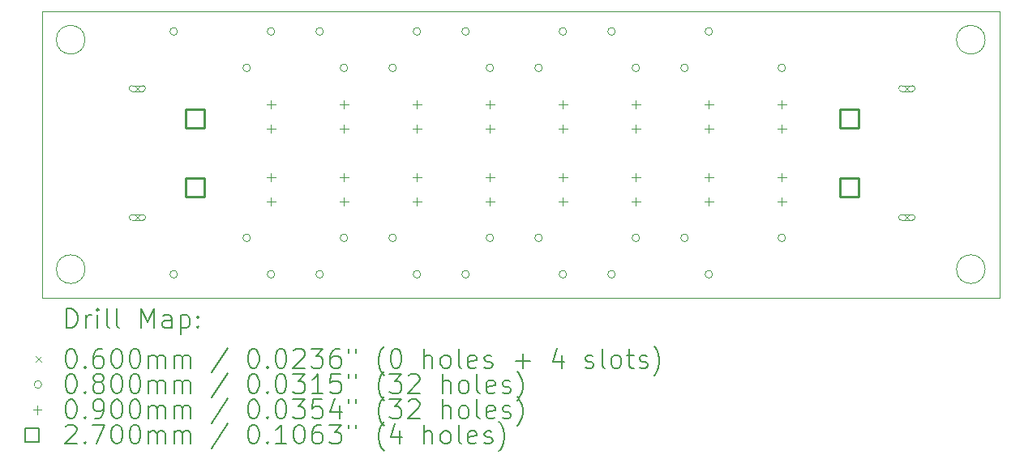
<source format=gbr>
%TF.GenerationSoftware,KiCad,Pcbnew,8.0.0*%
%TF.CreationDate,2024-03-26T18:15:13+09:00*%
%TF.ProjectId,led-board,6c65642d-626f-4617-9264-2e6b69636164,rev?*%
%TF.SameCoordinates,Original*%
%TF.FileFunction,Drillmap*%
%TF.FilePolarity,Positive*%
%FSLAX45Y45*%
G04 Gerber Fmt 4.5, Leading zero omitted, Abs format (unit mm)*
G04 Created by KiCad (PCBNEW 8.0.0) date 2024-03-26 18:15:13*
%MOMM*%
%LPD*%
G01*
G04 APERTURE LIST*
%ADD10C,0.050000*%
%ADD11C,0.200000*%
%ADD12C,0.100000*%
%ADD13C,0.270000*%
G04 APERTURE END LIST*
D10*
X20920000Y-9090000D02*
G75*
G02*
X20620000Y-9090000I-150000J0D01*
G01*
X20620000Y-9090000D02*
G75*
G02*
X20920000Y-9090000I150000J0D01*
G01*
X11070000Y-6390000D02*
X21070000Y-6390000D01*
X21070000Y-9390000D01*
X11070000Y-9390000D01*
X11070000Y-6390000D01*
X11520000Y-9090000D02*
G75*
G02*
X11220000Y-9090000I-150000J0D01*
G01*
X11220000Y-9090000D02*
G75*
G02*
X11520000Y-9090000I150000J0D01*
G01*
X11520000Y-6690000D02*
G75*
G02*
X11220000Y-6690000I-150000J0D01*
G01*
X11220000Y-6690000D02*
G75*
G02*
X11520000Y-6690000I150000J0D01*
G01*
X20920000Y-6690000D02*
G75*
G02*
X20620000Y-6690000I-150000J0D01*
G01*
X20620000Y-6690000D02*
G75*
G02*
X20920000Y-6690000I150000J0D01*
G01*
D11*
D12*
X12036500Y-7169000D02*
X12096500Y-7229000D01*
X12096500Y-7169000D02*
X12036500Y-7229000D01*
X12011500Y-7229000D02*
X12121500Y-7229000D01*
X12121500Y-7169000D02*
G75*
G02*
X12121500Y-7229000I0J-30000D01*
G01*
X12121500Y-7169000D02*
X12011500Y-7169000D01*
X12011500Y-7169000D02*
G75*
G03*
X12011500Y-7229000I0J-30000D01*
G01*
X12036500Y-8519000D02*
X12096500Y-8579000D01*
X12096500Y-8519000D02*
X12036500Y-8579000D01*
X12011500Y-8579000D02*
X12121500Y-8579000D01*
X12121500Y-8519000D02*
G75*
G02*
X12121500Y-8579000I0J-30000D01*
G01*
X12121500Y-8519000D02*
X12011500Y-8519000D01*
X12011500Y-8519000D02*
G75*
G03*
X12011500Y-8579000I0J-30000D01*
G01*
X20072600Y-7169000D02*
X20132600Y-7229000D01*
X20132600Y-7169000D02*
X20072600Y-7229000D01*
X20157600Y-7169000D02*
X20047600Y-7169000D01*
X20047600Y-7229000D02*
G75*
G02*
X20047600Y-7169000I0J30000D01*
G01*
X20047600Y-7229000D02*
X20157600Y-7229000D01*
X20157600Y-7229000D02*
G75*
G03*
X20157600Y-7169000I0J30000D01*
G01*
X20072600Y-8519000D02*
X20132600Y-8579000D01*
X20132600Y-8519000D02*
X20072600Y-8579000D01*
X20157600Y-8519000D02*
X20047600Y-8519000D01*
X20047600Y-8579000D02*
G75*
G02*
X20047600Y-8519000I0J30000D01*
G01*
X20047600Y-8579000D02*
X20157600Y-8579000D01*
X20157600Y-8579000D02*
G75*
G03*
X20157600Y-8519000I0J30000D01*
G01*
X12486000Y-6604000D02*
G75*
G02*
X12406000Y-6604000I-40000J0D01*
G01*
X12406000Y-6604000D02*
G75*
G02*
X12486000Y-6604000I40000J0D01*
G01*
X12486000Y-9144000D02*
G75*
G02*
X12406000Y-9144000I-40000J0D01*
G01*
X12406000Y-9144000D02*
G75*
G02*
X12486000Y-9144000I40000J0D01*
G01*
X13248000Y-6985000D02*
G75*
G02*
X13168000Y-6985000I-40000J0D01*
G01*
X13168000Y-6985000D02*
G75*
G02*
X13248000Y-6985000I40000J0D01*
G01*
X13248000Y-8763000D02*
G75*
G02*
X13168000Y-8763000I-40000J0D01*
G01*
X13168000Y-8763000D02*
G75*
G02*
X13248000Y-8763000I40000J0D01*
G01*
X13502000Y-6604000D02*
G75*
G02*
X13422000Y-6604000I-40000J0D01*
G01*
X13422000Y-6604000D02*
G75*
G02*
X13502000Y-6604000I40000J0D01*
G01*
X13502000Y-9144000D02*
G75*
G02*
X13422000Y-9144000I-40000J0D01*
G01*
X13422000Y-9144000D02*
G75*
G02*
X13502000Y-9144000I40000J0D01*
G01*
X14010000Y-6604000D02*
G75*
G02*
X13930000Y-6604000I-40000J0D01*
G01*
X13930000Y-6604000D02*
G75*
G02*
X14010000Y-6604000I40000J0D01*
G01*
X14010000Y-9144000D02*
G75*
G02*
X13930000Y-9144000I-40000J0D01*
G01*
X13930000Y-9144000D02*
G75*
G02*
X14010000Y-9144000I40000J0D01*
G01*
X14264000Y-6985000D02*
G75*
G02*
X14184000Y-6985000I-40000J0D01*
G01*
X14184000Y-6985000D02*
G75*
G02*
X14264000Y-6985000I40000J0D01*
G01*
X14264000Y-8763000D02*
G75*
G02*
X14184000Y-8763000I-40000J0D01*
G01*
X14184000Y-8763000D02*
G75*
G02*
X14264000Y-8763000I40000J0D01*
G01*
X14772000Y-6985000D02*
G75*
G02*
X14692000Y-6985000I-40000J0D01*
G01*
X14692000Y-6985000D02*
G75*
G02*
X14772000Y-6985000I40000J0D01*
G01*
X14772000Y-8763000D02*
G75*
G02*
X14692000Y-8763000I-40000J0D01*
G01*
X14692000Y-8763000D02*
G75*
G02*
X14772000Y-8763000I40000J0D01*
G01*
X15026000Y-6604000D02*
G75*
G02*
X14946000Y-6604000I-40000J0D01*
G01*
X14946000Y-6604000D02*
G75*
G02*
X15026000Y-6604000I40000J0D01*
G01*
X15026000Y-9144000D02*
G75*
G02*
X14946000Y-9144000I-40000J0D01*
G01*
X14946000Y-9144000D02*
G75*
G02*
X15026000Y-9144000I40000J0D01*
G01*
X15534000Y-6604000D02*
G75*
G02*
X15454000Y-6604000I-40000J0D01*
G01*
X15454000Y-6604000D02*
G75*
G02*
X15534000Y-6604000I40000J0D01*
G01*
X15534000Y-9144000D02*
G75*
G02*
X15454000Y-9144000I-40000J0D01*
G01*
X15454000Y-9144000D02*
G75*
G02*
X15534000Y-9144000I40000J0D01*
G01*
X15788000Y-6985000D02*
G75*
G02*
X15708000Y-6985000I-40000J0D01*
G01*
X15708000Y-6985000D02*
G75*
G02*
X15788000Y-6985000I40000J0D01*
G01*
X15788000Y-8763000D02*
G75*
G02*
X15708000Y-8763000I-40000J0D01*
G01*
X15708000Y-8763000D02*
G75*
G02*
X15788000Y-8763000I40000J0D01*
G01*
X16296000Y-6985000D02*
G75*
G02*
X16216000Y-6985000I-40000J0D01*
G01*
X16216000Y-6985000D02*
G75*
G02*
X16296000Y-6985000I40000J0D01*
G01*
X16296000Y-8763000D02*
G75*
G02*
X16216000Y-8763000I-40000J0D01*
G01*
X16216000Y-8763000D02*
G75*
G02*
X16296000Y-8763000I40000J0D01*
G01*
X16550000Y-6604000D02*
G75*
G02*
X16470000Y-6604000I-40000J0D01*
G01*
X16470000Y-6604000D02*
G75*
G02*
X16550000Y-6604000I40000J0D01*
G01*
X16550000Y-9144000D02*
G75*
G02*
X16470000Y-9144000I-40000J0D01*
G01*
X16470000Y-9144000D02*
G75*
G02*
X16550000Y-9144000I40000J0D01*
G01*
X17058000Y-6604000D02*
G75*
G02*
X16978000Y-6604000I-40000J0D01*
G01*
X16978000Y-6604000D02*
G75*
G02*
X17058000Y-6604000I40000J0D01*
G01*
X17058000Y-9144000D02*
G75*
G02*
X16978000Y-9144000I-40000J0D01*
G01*
X16978000Y-9144000D02*
G75*
G02*
X17058000Y-9144000I40000J0D01*
G01*
X17312000Y-6985000D02*
G75*
G02*
X17232000Y-6985000I-40000J0D01*
G01*
X17232000Y-6985000D02*
G75*
G02*
X17312000Y-6985000I40000J0D01*
G01*
X17312000Y-8763000D02*
G75*
G02*
X17232000Y-8763000I-40000J0D01*
G01*
X17232000Y-8763000D02*
G75*
G02*
X17312000Y-8763000I40000J0D01*
G01*
X17820000Y-6985000D02*
G75*
G02*
X17740000Y-6985000I-40000J0D01*
G01*
X17740000Y-6985000D02*
G75*
G02*
X17820000Y-6985000I40000J0D01*
G01*
X17820000Y-8763000D02*
G75*
G02*
X17740000Y-8763000I-40000J0D01*
G01*
X17740000Y-8763000D02*
G75*
G02*
X17820000Y-8763000I40000J0D01*
G01*
X18074000Y-6604000D02*
G75*
G02*
X17994000Y-6604000I-40000J0D01*
G01*
X17994000Y-6604000D02*
G75*
G02*
X18074000Y-6604000I40000J0D01*
G01*
X18074000Y-9144000D02*
G75*
G02*
X17994000Y-9144000I-40000J0D01*
G01*
X17994000Y-9144000D02*
G75*
G02*
X18074000Y-9144000I40000J0D01*
G01*
X18836000Y-6985000D02*
G75*
G02*
X18756000Y-6985000I-40000J0D01*
G01*
X18756000Y-6985000D02*
G75*
G02*
X18836000Y-6985000I40000J0D01*
G01*
X18836000Y-8763000D02*
G75*
G02*
X18756000Y-8763000I-40000J0D01*
G01*
X18756000Y-8763000D02*
G75*
G02*
X18836000Y-8763000I40000J0D01*
G01*
X13462000Y-7322000D02*
X13462000Y-7412000D01*
X13417000Y-7367000D02*
X13507000Y-7367000D01*
X13462000Y-7576000D02*
X13462000Y-7666000D01*
X13417000Y-7621000D02*
X13507000Y-7621000D01*
X13462000Y-8083000D02*
X13462000Y-8173000D01*
X13417000Y-8128000D02*
X13507000Y-8128000D01*
X13462000Y-8337000D02*
X13462000Y-8427000D01*
X13417000Y-8382000D02*
X13507000Y-8382000D01*
X14224000Y-7322000D02*
X14224000Y-7412000D01*
X14179000Y-7367000D02*
X14269000Y-7367000D01*
X14224000Y-7576000D02*
X14224000Y-7666000D01*
X14179000Y-7621000D02*
X14269000Y-7621000D01*
X14224000Y-8083000D02*
X14224000Y-8173000D01*
X14179000Y-8128000D02*
X14269000Y-8128000D01*
X14224000Y-8337000D02*
X14224000Y-8427000D01*
X14179000Y-8382000D02*
X14269000Y-8382000D01*
X14986000Y-7322000D02*
X14986000Y-7412000D01*
X14941000Y-7367000D02*
X15031000Y-7367000D01*
X14986000Y-7576000D02*
X14986000Y-7666000D01*
X14941000Y-7621000D02*
X15031000Y-7621000D01*
X14986000Y-8083000D02*
X14986000Y-8173000D01*
X14941000Y-8128000D02*
X15031000Y-8128000D01*
X14986000Y-8337000D02*
X14986000Y-8427000D01*
X14941000Y-8382000D02*
X15031000Y-8382000D01*
X15748000Y-7322000D02*
X15748000Y-7412000D01*
X15703000Y-7367000D02*
X15793000Y-7367000D01*
X15748000Y-7576000D02*
X15748000Y-7666000D01*
X15703000Y-7621000D02*
X15793000Y-7621000D01*
X15748000Y-8083000D02*
X15748000Y-8173000D01*
X15703000Y-8128000D02*
X15793000Y-8128000D01*
X15748000Y-8337000D02*
X15748000Y-8427000D01*
X15703000Y-8382000D02*
X15793000Y-8382000D01*
X16510000Y-7322000D02*
X16510000Y-7412000D01*
X16465000Y-7367000D02*
X16555000Y-7367000D01*
X16510000Y-7576000D02*
X16510000Y-7666000D01*
X16465000Y-7621000D02*
X16555000Y-7621000D01*
X16510000Y-8083000D02*
X16510000Y-8173000D01*
X16465000Y-8128000D02*
X16555000Y-8128000D01*
X16510000Y-8337000D02*
X16510000Y-8427000D01*
X16465000Y-8382000D02*
X16555000Y-8382000D01*
X17272000Y-7322000D02*
X17272000Y-7412000D01*
X17227000Y-7367000D02*
X17317000Y-7367000D01*
X17272000Y-7576000D02*
X17272000Y-7666000D01*
X17227000Y-7621000D02*
X17317000Y-7621000D01*
X17272000Y-8083000D02*
X17272000Y-8173000D01*
X17227000Y-8128000D02*
X17317000Y-8128000D01*
X17272000Y-8337000D02*
X17272000Y-8427000D01*
X17227000Y-8382000D02*
X17317000Y-8382000D01*
X18034000Y-7322000D02*
X18034000Y-7412000D01*
X17989000Y-7367000D02*
X18079000Y-7367000D01*
X18034000Y-7576000D02*
X18034000Y-7666000D01*
X17989000Y-7621000D02*
X18079000Y-7621000D01*
X18034000Y-8083000D02*
X18034000Y-8173000D01*
X17989000Y-8128000D02*
X18079000Y-8128000D01*
X18034000Y-8337000D02*
X18034000Y-8427000D01*
X17989000Y-8382000D02*
X18079000Y-8382000D01*
X18796000Y-7322000D02*
X18796000Y-7412000D01*
X18751000Y-7367000D02*
X18841000Y-7367000D01*
X18796000Y-7576000D02*
X18796000Y-7666000D01*
X18751000Y-7621000D02*
X18841000Y-7621000D01*
X18796000Y-8083000D02*
X18796000Y-8173000D01*
X18751000Y-8128000D02*
X18841000Y-8128000D01*
X18796000Y-8337000D02*
X18796000Y-8427000D01*
X18751000Y-8382000D02*
X18841000Y-8382000D01*
D13*
X12761960Y-7609460D02*
X12761960Y-7418540D01*
X12571040Y-7418540D01*
X12571040Y-7609460D01*
X12761960Y-7609460D01*
X12761960Y-8329460D02*
X12761960Y-8138540D01*
X12571040Y-8138540D01*
X12571040Y-8329460D01*
X12761960Y-8329460D01*
X19598060Y-7609460D02*
X19598060Y-7418540D01*
X19407140Y-7418540D01*
X19407140Y-7609460D01*
X19598060Y-7609460D01*
X19598060Y-8329460D02*
X19598060Y-8138540D01*
X19407140Y-8138540D01*
X19407140Y-8329460D01*
X19598060Y-8329460D01*
D11*
X11328277Y-9703984D02*
X11328277Y-9503984D01*
X11328277Y-9503984D02*
X11375896Y-9503984D01*
X11375896Y-9503984D02*
X11404467Y-9513508D01*
X11404467Y-9513508D02*
X11423515Y-9532555D01*
X11423515Y-9532555D02*
X11433039Y-9551603D01*
X11433039Y-9551603D02*
X11442562Y-9589698D01*
X11442562Y-9589698D02*
X11442562Y-9618270D01*
X11442562Y-9618270D02*
X11433039Y-9656365D01*
X11433039Y-9656365D02*
X11423515Y-9675412D01*
X11423515Y-9675412D02*
X11404467Y-9694460D01*
X11404467Y-9694460D02*
X11375896Y-9703984D01*
X11375896Y-9703984D02*
X11328277Y-9703984D01*
X11528277Y-9703984D02*
X11528277Y-9570650D01*
X11528277Y-9608746D02*
X11537801Y-9589698D01*
X11537801Y-9589698D02*
X11547324Y-9580174D01*
X11547324Y-9580174D02*
X11566372Y-9570650D01*
X11566372Y-9570650D02*
X11585420Y-9570650D01*
X11652086Y-9703984D02*
X11652086Y-9570650D01*
X11652086Y-9503984D02*
X11642562Y-9513508D01*
X11642562Y-9513508D02*
X11652086Y-9523031D01*
X11652086Y-9523031D02*
X11661610Y-9513508D01*
X11661610Y-9513508D02*
X11652086Y-9503984D01*
X11652086Y-9503984D02*
X11652086Y-9523031D01*
X11775896Y-9703984D02*
X11756848Y-9694460D01*
X11756848Y-9694460D02*
X11747324Y-9675412D01*
X11747324Y-9675412D02*
X11747324Y-9503984D01*
X11880658Y-9703984D02*
X11861610Y-9694460D01*
X11861610Y-9694460D02*
X11852086Y-9675412D01*
X11852086Y-9675412D02*
X11852086Y-9503984D01*
X12109229Y-9703984D02*
X12109229Y-9503984D01*
X12109229Y-9503984D02*
X12175896Y-9646841D01*
X12175896Y-9646841D02*
X12242562Y-9503984D01*
X12242562Y-9503984D02*
X12242562Y-9703984D01*
X12423515Y-9703984D02*
X12423515Y-9599222D01*
X12423515Y-9599222D02*
X12413991Y-9580174D01*
X12413991Y-9580174D02*
X12394943Y-9570650D01*
X12394943Y-9570650D02*
X12356848Y-9570650D01*
X12356848Y-9570650D02*
X12337801Y-9580174D01*
X12423515Y-9694460D02*
X12404467Y-9703984D01*
X12404467Y-9703984D02*
X12356848Y-9703984D01*
X12356848Y-9703984D02*
X12337801Y-9694460D01*
X12337801Y-9694460D02*
X12328277Y-9675412D01*
X12328277Y-9675412D02*
X12328277Y-9656365D01*
X12328277Y-9656365D02*
X12337801Y-9637317D01*
X12337801Y-9637317D02*
X12356848Y-9627793D01*
X12356848Y-9627793D02*
X12404467Y-9627793D01*
X12404467Y-9627793D02*
X12423515Y-9618270D01*
X12518753Y-9570650D02*
X12518753Y-9770650D01*
X12518753Y-9580174D02*
X12537801Y-9570650D01*
X12537801Y-9570650D02*
X12575896Y-9570650D01*
X12575896Y-9570650D02*
X12594943Y-9580174D01*
X12594943Y-9580174D02*
X12604467Y-9589698D01*
X12604467Y-9589698D02*
X12613991Y-9608746D01*
X12613991Y-9608746D02*
X12613991Y-9665889D01*
X12613991Y-9665889D02*
X12604467Y-9684936D01*
X12604467Y-9684936D02*
X12594943Y-9694460D01*
X12594943Y-9694460D02*
X12575896Y-9703984D01*
X12575896Y-9703984D02*
X12537801Y-9703984D01*
X12537801Y-9703984D02*
X12518753Y-9694460D01*
X12699705Y-9684936D02*
X12709229Y-9694460D01*
X12709229Y-9694460D02*
X12699705Y-9703984D01*
X12699705Y-9703984D02*
X12690182Y-9694460D01*
X12690182Y-9694460D02*
X12699705Y-9684936D01*
X12699705Y-9684936D02*
X12699705Y-9703984D01*
X12699705Y-9580174D02*
X12709229Y-9589698D01*
X12709229Y-9589698D02*
X12699705Y-9599222D01*
X12699705Y-9599222D02*
X12690182Y-9589698D01*
X12690182Y-9589698D02*
X12699705Y-9580174D01*
X12699705Y-9580174D02*
X12699705Y-9599222D01*
D12*
X11007500Y-10002500D02*
X11067500Y-10062500D01*
X11067500Y-10002500D02*
X11007500Y-10062500D01*
D11*
X11366372Y-9923984D02*
X11385420Y-9923984D01*
X11385420Y-9923984D02*
X11404467Y-9933508D01*
X11404467Y-9933508D02*
X11413991Y-9943031D01*
X11413991Y-9943031D02*
X11423515Y-9962079D01*
X11423515Y-9962079D02*
X11433039Y-10000174D01*
X11433039Y-10000174D02*
X11433039Y-10047793D01*
X11433039Y-10047793D02*
X11423515Y-10085889D01*
X11423515Y-10085889D02*
X11413991Y-10104936D01*
X11413991Y-10104936D02*
X11404467Y-10114460D01*
X11404467Y-10114460D02*
X11385420Y-10123984D01*
X11385420Y-10123984D02*
X11366372Y-10123984D01*
X11366372Y-10123984D02*
X11347324Y-10114460D01*
X11347324Y-10114460D02*
X11337801Y-10104936D01*
X11337801Y-10104936D02*
X11328277Y-10085889D01*
X11328277Y-10085889D02*
X11318753Y-10047793D01*
X11318753Y-10047793D02*
X11318753Y-10000174D01*
X11318753Y-10000174D02*
X11328277Y-9962079D01*
X11328277Y-9962079D02*
X11337801Y-9943031D01*
X11337801Y-9943031D02*
X11347324Y-9933508D01*
X11347324Y-9933508D02*
X11366372Y-9923984D01*
X11518753Y-10104936D02*
X11528277Y-10114460D01*
X11528277Y-10114460D02*
X11518753Y-10123984D01*
X11518753Y-10123984D02*
X11509229Y-10114460D01*
X11509229Y-10114460D02*
X11518753Y-10104936D01*
X11518753Y-10104936D02*
X11518753Y-10123984D01*
X11699705Y-9923984D02*
X11661610Y-9923984D01*
X11661610Y-9923984D02*
X11642562Y-9933508D01*
X11642562Y-9933508D02*
X11633039Y-9943031D01*
X11633039Y-9943031D02*
X11613991Y-9971603D01*
X11613991Y-9971603D02*
X11604467Y-10009698D01*
X11604467Y-10009698D02*
X11604467Y-10085889D01*
X11604467Y-10085889D02*
X11613991Y-10104936D01*
X11613991Y-10104936D02*
X11623515Y-10114460D01*
X11623515Y-10114460D02*
X11642562Y-10123984D01*
X11642562Y-10123984D02*
X11680658Y-10123984D01*
X11680658Y-10123984D02*
X11699705Y-10114460D01*
X11699705Y-10114460D02*
X11709229Y-10104936D01*
X11709229Y-10104936D02*
X11718753Y-10085889D01*
X11718753Y-10085889D02*
X11718753Y-10038270D01*
X11718753Y-10038270D02*
X11709229Y-10019222D01*
X11709229Y-10019222D02*
X11699705Y-10009698D01*
X11699705Y-10009698D02*
X11680658Y-10000174D01*
X11680658Y-10000174D02*
X11642562Y-10000174D01*
X11642562Y-10000174D02*
X11623515Y-10009698D01*
X11623515Y-10009698D02*
X11613991Y-10019222D01*
X11613991Y-10019222D02*
X11604467Y-10038270D01*
X11842562Y-9923984D02*
X11861610Y-9923984D01*
X11861610Y-9923984D02*
X11880658Y-9933508D01*
X11880658Y-9933508D02*
X11890182Y-9943031D01*
X11890182Y-9943031D02*
X11899705Y-9962079D01*
X11899705Y-9962079D02*
X11909229Y-10000174D01*
X11909229Y-10000174D02*
X11909229Y-10047793D01*
X11909229Y-10047793D02*
X11899705Y-10085889D01*
X11899705Y-10085889D02*
X11890182Y-10104936D01*
X11890182Y-10104936D02*
X11880658Y-10114460D01*
X11880658Y-10114460D02*
X11861610Y-10123984D01*
X11861610Y-10123984D02*
X11842562Y-10123984D01*
X11842562Y-10123984D02*
X11823515Y-10114460D01*
X11823515Y-10114460D02*
X11813991Y-10104936D01*
X11813991Y-10104936D02*
X11804467Y-10085889D01*
X11804467Y-10085889D02*
X11794943Y-10047793D01*
X11794943Y-10047793D02*
X11794943Y-10000174D01*
X11794943Y-10000174D02*
X11804467Y-9962079D01*
X11804467Y-9962079D02*
X11813991Y-9943031D01*
X11813991Y-9943031D02*
X11823515Y-9933508D01*
X11823515Y-9933508D02*
X11842562Y-9923984D01*
X12033039Y-9923984D02*
X12052086Y-9923984D01*
X12052086Y-9923984D02*
X12071134Y-9933508D01*
X12071134Y-9933508D02*
X12080658Y-9943031D01*
X12080658Y-9943031D02*
X12090182Y-9962079D01*
X12090182Y-9962079D02*
X12099705Y-10000174D01*
X12099705Y-10000174D02*
X12099705Y-10047793D01*
X12099705Y-10047793D02*
X12090182Y-10085889D01*
X12090182Y-10085889D02*
X12080658Y-10104936D01*
X12080658Y-10104936D02*
X12071134Y-10114460D01*
X12071134Y-10114460D02*
X12052086Y-10123984D01*
X12052086Y-10123984D02*
X12033039Y-10123984D01*
X12033039Y-10123984D02*
X12013991Y-10114460D01*
X12013991Y-10114460D02*
X12004467Y-10104936D01*
X12004467Y-10104936D02*
X11994943Y-10085889D01*
X11994943Y-10085889D02*
X11985420Y-10047793D01*
X11985420Y-10047793D02*
X11985420Y-10000174D01*
X11985420Y-10000174D02*
X11994943Y-9962079D01*
X11994943Y-9962079D02*
X12004467Y-9943031D01*
X12004467Y-9943031D02*
X12013991Y-9933508D01*
X12013991Y-9933508D02*
X12033039Y-9923984D01*
X12185420Y-10123984D02*
X12185420Y-9990650D01*
X12185420Y-10009698D02*
X12194943Y-10000174D01*
X12194943Y-10000174D02*
X12213991Y-9990650D01*
X12213991Y-9990650D02*
X12242563Y-9990650D01*
X12242563Y-9990650D02*
X12261610Y-10000174D01*
X12261610Y-10000174D02*
X12271134Y-10019222D01*
X12271134Y-10019222D02*
X12271134Y-10123984D01*
X12271134Y-10019222D02*
X12280658Y-10000174D01*
X12280658Y-10000174D02*
X12299705Y-9990650D01*
X12299705Y-9990650D02*
X12328277Y-9990650D01*
X12328277Y-9990650D02*
X12347324Y-10000174D01*
X12347324Y-10000174D02*
X12356848Y-10019222D01*
X12356848Y-10019222D02*
X12356848Y-10123984D01*
X12452086Y-10123984D02*
X12452086Y-9990650D01*
X12452086Y-10009698D02*
X12461610Y-10000174D01*
X12461610Y-10000174D02*
X12480658Y-9990650D01*
X12480658Y-9990650D02*
X12509229Y-9990650D01*
X12509229Y-9990650D02*
X12528277Y-10000174D01*
X12528277Y-10000174D02*
X12537801Y-10019222D01*
X12537801Y-10019222D02*
X12537801Y-10123984D01*
X12537801Y-10019222D02*
X12547324Y-10000174D01*
X12547324Y-10000174D02*
X12566372Y-9990650D01*
X12566372Y-9990650D02*
X12594943Y-9990650D01*
X12594943Y-9990650D02*
X12613991Y-10000174D01*
X12613991Y-10000174D02*
X12623515Y-10019222D01*
X12623515Y-10019222D02*
X12623515Y-10123984D01*
X13013991Y-9914460D02*
X12842563Y-10171603D01*
X13271134Y-9923984D02*
X13290182Y-9923984D01*
X13290182Y-9923984D02*
X13309229Y-9933508D01*
X13309229Y-9933508D02*
X13318753Y-9943031D01*
X13318753Y-9943031D02*
X13328277Y-9962079D01*
X13328277Y-9962079D02*
X13337801Y-10000174D01*
X13337801Y-10000174D02*
X13337801Y-10047793D01*
X13337801Y-10047793D02*
X13328277Y-10085889D01*
X13328277Y-10085889D02*
X13318753Y-10104936D01*
X13318753Y-10104936D02*
X13309229Y-10114460D01*
X13309229Y-10114460D02*
X13290182Y-10123984D01*
X13290182Y-10123984D02*
X13271134Y-10123984D01*
X13271134Y-10123984D02*
X13252086Y-10114460D01*
X13252086Y-10114460D02*
X13242563Y-10104936D01*
X13242563Y-10104936D02*
X13233039Y-10085889D01*
X13233039Y-10085889D02*
X13223515Y-10047793D01*
X13223515Y-10047793D02*
X13223515Y-10000174D01*
X13223515Y-10000174D02*
X13233039Y-9962079D01*
X13233039Y-9962079D02*
X13242563Y-9943031D01*
X13242563Y-9943031D02*
X13252086Y-9933508D01*
X13252086Y-9933508D02*
X13271134Y-9923984D01*
X13423515Y-10104936D02*
X13433039Y-10114460D01*
X13433039Y-10114460D02*
X13423515Y-10123984D01*
X13423515Y-10123984D02*
X13413991Y-10114460D01*
X13413991Y-10114460D02*
X13423515Y-10104936D01*
X13423515Y-10104936D02*
X13423515Y-10123984D01*
X13556848Y-9923984D02*
X13575896Y-9923984D01*
X13575896Y-9923984D02*
X13594944Y-9933508D01*
X13594944Y-9933508D02*
X13604467Y-9943031D01*
X13604467Y-9943031D02*
X13613991Y-9962079D01*
X13613991Y-9962079D02*
X13623515Y-10000174D01*
X13623515Y-10000174D02*
X13623515Y-10047793D01*
X13623515Y-10047793D02*
X13613991Y-10085889D01*
X13613991Y-10085889D02*
X13604467Y-10104936D01*
X13604467Y-10104936D02*
X13594944Y-10114460D01*
X13594944Y-10114460D02*
X13575896Y-10123984D01*
X13575896Y-10123984D02*
X13556848Y-10123984D01*
X13556848Y-10123984D02*
X13537801Y-10114460D01*
X13537801Y-10114460D02*
X13528277Y-10104936D01*
X13528277Y-10104936D02*
X13518753Y-10085889D01*
X13518753Y-10085889D02*
X13509229Y-10047793D01*
X13509229Y-10047793D02*
X13509229Y-10000174D01*
X13509229Y-10000174D02*
X13518753Y-9962079D01*
X13518753Y-9962079D02*
X13528277Y-9943031D01*
X13528277Y-9943031D02*
X13537801Y-9933508D01*
X13537801Y-9933508D02*
X13556848Y-9923984D01*
X13699706Y-9943031D02*
X13709229Y-9933508D01*
X13709229Y-9933508D02*
X13728277Y-9923984D01*
X13728277Y-9923984D02*
X13775896Y-9923984D01*
X13775896Y-9923984D02*
X13794944Y-9933508D01*
X13794944Y-9933508D02*
X13804467Y-9943031D01*
X13804467Y-9943031D02*
X13813991Y-9962079D01*
X13813991Y-9962079D02*
X13813991Y-9981127D01*
X13813991Y-9981127D02*
X13804467Y-10009698D01*
X13804467Y-10009698D02*
X13690182Y-10123984D01*
X13690182Y-10123984D02*
X13813991Y-10123984D01*
X13880658Y-9923984D02*
X14004467Y-9923984D01*
X14004467Y-9923984D02*
X13937801Y-10000174D01*
X13937801Y-10000174D02*
X13966372Y-10000174D01*
X13966372Y-10000174D02*
X13985420Y-10009698D01*
X13985420Y-10009698D02*
X13994944Y-10019222D01*
X13994944Y-10019222D02*
X14004467Y-10038270D01*
X14004467Y-10038270D02*
X14004467Y-10085889D01*
X14004467Y-10085889D02*
X13994944Y-10104936D01*
X13994944Y-10104936D02*
X13985420Y-10114460D01*
X13985420Y-10114460D02*
X13966372Y-10123984D01*
X13966372Y-10123984D02*
X13909229Y-10123984D01*
X13909229Y-10123984D02*
X13890182Y-10114460D01*
X13890182Y-10114460D02*
X13880658Y-10104936D01*
X14175896Y-9923984D02*
X14137801Y-9923984D01*
X14137801Y-9923984D02*
X14118753Y-9933508D01*
X14118753Y-9933508D02*
X14109229Y-9943031D01*
X14109229Y-9943031D02*
X14090182Y-9971603D01*
X14090182Y-9971603D02*
X14080658Y-10009698D01*
X14080658Y-10009698D02*
X14080658Y-10085889D01*
X14080658Y-10085889D02*
X14090182Y-10104936D01*
X14090182Y-10104936D02*
X14099706Y-10114460D01*
X14099706Y-10114460D02*
X14118753Y-10123984D01*
X14118753Y-10123984D02*
X14156848Y-10123984D01*
X14156848Y-10123984D02*
X14175896Y-10114460D01*
X14175896Y-10114460D02*
X14185420Y-10104936D01*
X14185420Y-10104936D02*
X14194944Y-10085889D01*
X14194944Y-10085889D02*
X14194944Y-10038270D01*
X14194944Y-10038270D02*
X14185420Y-10019222D01*
X14185420Y-10019222D02*
X14175896Y-10009698D01*
X14175896Y-10009698D02*
X14156848Y-10000174D01*
X14156848Y-10000174D02*
X14118753Y-10000174D01*
X14118753Y-10000174D02*
X14099706Y-10009698D01*
X14099706Y-10009698D02*
X14090182Y-10019222D01*
X14090182Y-10019222D02*
X14080658Y-10038270D01*
X14271134Y-9923984D02*
X14271134Y-9962079D01*
X14347325Y-9923984D02*
X14347325Y-9962079D01*
X14642563Y-10200174D02*
X14633039Y-10190650D01*
X14633039Y-10190650D02*
X14613991Y-10162079D01*
X14613991Y-10162079D02*
X14604468Y-10143031D01*
X14604468Y-10143031D02*
X14594944Y-10114460D01*
X14594944Y-10114460D02*
X14585420Y-10066841D01*
X14585420Y-10066841D02*
X14585420Y-10028746D01*
X14585420Y-10028746D02*
X14594944Y-9981127D01*
X14594944Y-9981127D02*
X14604468Y-9952555D01*
X14604468Y-9952555D02*
X14613991Y-9933508D01*
X14613991Y-9933508D02*
X14633039Y-9904936D01*
X14633039Y-9904936D02*
X14642563Y-9895412D01*
X14756848Y-9923984D02*
X14775896Y-9923984D01*
X14775896Y-9923984D02*
X14794944Y-9933508D01*
X14794944Y-9933508D02*
X14804468Y-9943031D01*
X14804468Y-9943031D02*
X14813991Y-9962079D01*
X14813991Y-9962079D02*
X14823515Y-10000174D01*
X14823515Y-10000174D02*
X14823515Y-10047793D01*
X14823515Y-10047793D02*
X14813991Y-10085889D01*
X14813991Y-10085889D02*
X14804468Y-10104936D01*
X14804468Y-10104936D02*
X14794944Y-10114460D01*
X14794944Y-10114460D02*
X14775896Y-10123984D01*
X14775896Y-10123984D02*
X14756848Y-10123984D01*
X14756848Y-10123984D02*
X14737801Y-10114460D01*
X14737801Y-10114460D02*
X14728277Y-10104936D01*
X14728277Y-10104936D02*
X14718753Y-10085889D01*
X14718753Y-10085889D02*
X14709229Y-10047793D01*
X14709229Y-10047793D02*
X14709229Y-10000174D01*
X14709229Y-10000174D02*
X14718753Y-9962079D01*
X14718753Y-9962079D02*
X14728277Y-9943031D01*
X14728277Y-9943031D02*
X14737801Y-9933508D01*
X14737801Y-9933508D02*
X14756848Y-9923984D01*
X15061610Y-10123984D02*
X15061610Y-9923984D01*
X15147325Y-10123984D02*
X15147325Y-10019222D01*
X15147325Y-10019222D02*
X15137801Y-10000174D01*
X15137801Y-10000174D02*
X15118753Y-9990650D01*
X15118753Y-9990650D02*
X15090182Y-9990650D01*
X15090182Y-9990650D02*
X15071134Y-10000174D01*
X15071134Y-10000174D02*
X15061610Y-10009698D01*
X15271134Y-10123984D02*
X15252087Y-10114460D01*
X15252087Y-10114460D02*
X15242563Y-10104936D01*
X15242563Y-10104936D02*
X15233039Y-10085889D01*
X15233039Y-10085889D02*
X15233039Y-10028746D01*
X15233039Y-10028746D02*
X15242563Y-10009698D01*
X15242563Y-10009698D02*
X15252087Y-10000174D01*
X15252087Y-10000174D02*
X15271134Y-9990650D01*
X15271134Y-9990650D02*
X15299706Y-9990650D01*
X15299706Y-9990650D02*
X15318753Y-10000174D01*
X15318753Y-10000174D02*
X15328277Y-10009698D01*
X15328277Y-10009698D02*
X15337801Y-10028746D01*
X15337801Y-10028746D02*
X15337801Y-10085889D01*
X15337801Y-10085889D02*
X15328277Y-10104936D01*
X15328277Y-10104936D02*
X15318753Y-10114460D01*
X15318753Y-10114460D02*
X15299706Y-10123984D01*
X15299706Y-10123984D02*
X15271134Y-10123984D01*
X15452087Y-10123984D02*
X15433039Y-10114460D01*
X15433039Y-10114460D02*
X15423515Y-10095412D01*
X15423515Y-10095412D02*
X15423515Y-9923984D01*
X15604468Y-10114460D02*
X15585420Y-10123984D01*
X15585420Y-10123984D02*
X15547325Y-10123984D01*
X15547325Y-10123984D02*
X15528277Y-10114460D01*
X15528277Y-10114460D02*
X15518753Y-10095412D01*
X15518753Y-10095412D02*
X15518753Y-10019222D01*
X15518753Y-10019222D02*
X15528277Y-10000174D01*
X15528277Y-10000174D02*
X15547325Y-9990650D01*
X15547325Y-9990650D02*
X15585420Y-9990650D01*
X15585420Y-9990650D02*
X15604468Y-10000174D01*
X15604468Y-10000174D02*
X15613991Y-10019222D01*
X15613991Y-10019222D02*
X15613991Y-10038270D01*
X15613991Y-10038270D02*
X15518753Y-10057317D01*
X15690182Y-10114460D02*
X15709230Y-10123984D01*
X15709230Y-10123984D02*
X15747325Y-10123984D01*
X15747325Y-10123984D02*
X15766372Y-10114460D01*
X15766372Y-10114460D02*
X15775896Y-10095412D01*
X15775896Y-10095412D02*
X15775896Y-10085889D01*
X15775896Y-10085889D02*
X15766372Y-10066841D01*
X15766372Y-10066841D02*
X15747325Y-10057317D01*
X15747325Y-10057317D02*
X15718753Y-10057317D01*
X15718753Y-10057317D02*
X15699706Y-10047793D01*
X15699706Y-10047793D02*
X15690182Y-10028746D01*
X15690182Y-10028746D02*
X15690182Y-10019222D01*
X15690182Y-10019222D02*
X15699706Y-10000174D01*
X15699706Y-10000174D02*
X15718753Y-9990650D01*
X15718753Y-9990650D02*
X15747325Y-9990650D01*
X15747325Y-9990650D02*
X15766372Y-10000174D01*
X16013992Y-10047793D02*
X16166373Y-10047793D01*
X16090182Y-10123984D02*
X16090182Y-9971603D01*
X16499706Y-9990650D02*
X16499706Y-10123984D01*
X16452087Y-9914460D02*
X16404468Y-10057317D01*
X16404468Y-10057317D02*
X16528277Y-10057317D01*
X16747325Y-10114460D02*
X16766373Y-10123984D01*
X16766373Y-10123984D02*
X16804468Y-10123984D01*
X16804468Y-10123984D02*
X16823516Y-10114460D01*
X16823516Y-10114460D02*
X16833039Y-10095412D01*
X16833039Y-10095412D02*
X16833039Y-10085889D01*
X16833039Y-10085889D02*
X16823516Y-10066841D01*
X16823516Y-10066841D02*
X16804468Y-10057317D01*
X16804468Y-10057317D02*
X16775896Y-10057317D01*
X16775896Y-10057317D02*
X16756849Y-10047793D01*
X16756849Y-10047793D02*
X16747325Y-10028746D01*
X16747325Y-10028746D02*
X16747325Y-10019222D01*
X16747325Y-10019222D02*
X16756849Y-10000174D01*
X16756849Y-10000174D02*
X16775896Y-9990650D01*
X16775896Y-9990650D02*
X16804468Y-9990650D01*
X16804468Y-9990650D02*
X16823516Y-10000174D01*
X16947325Y-10123984D02*
X16928277Y-10114460D01*
X16928277Y-10114460D02*
X16918754Y-10095412D01*
X16918754Y-10095412D02*
X16918754Y-9923984D01*
X17052087Y-10123984D02*
X17033039Y-10114460D01*
X17033039Y-10114460D02*
X17023516Y-10104936D01*
X17023516Y-10104936D02*
X17013992Y-10085889D01*
X17013992Y-10085889D02*
X17013992Y-10028746D01*
X17013992Y-10028746D02*
X17023516Y-10009698D01*
X17023516Y-10009698D02*
X17033039Y-10000174D01*
X17033039Y-10000174D02*
X17052087Y-9990650D01*
X17052087Y-9990650D02*
X17080658Y-9990650D01*
X17080658Y-9990650D02*
X17099706Y-10000174D01*
X17099706Y-10000174D02*
X17109230Y-10009698D01*
X17109230Y-10009698D02*
X17118754Y-10028746D01*
X17118754Y-10028746D02*
X17118754Y-10085889D01*
X17118754Y-10085889D02*
X17109230Y-10104936D01*
X17109230Y-10104936D02*
X17099706Y-10114460D01*
X17099706Y-10114460D02*
X17080658Y-10123984D01*
X17080658Y-10123984D02*
X17052087Y-10123984D01*
X17175897Y-9990650D02*
X17252087Y-9990650D01*
X17204468Y-9923984D02*
X17204468Y-10095412D01*
X17204468Y-10095412D02*
X17213992Y-10114460D01*
X17213992Y-10114460D02*
X17233039Y-10123984D01*
X17233039Y-10123984D02*
X17252087Y-10123984D01*
X17309230Y-10114460D02*
X17328277Y-10123984D01*
X17328277Y-10123984D02*
X17366373Y-10123984D01*
X17366373Y-10123984D02*
X17385420Y-10114460D01*
X17385420Y-10114460D02*
X17394944Y-10095412D01*
X17394944Y-10095412D02*
X17394944Y-10085889D01*
X17394944Y-10085889D02*
X17385420Y-10066841D01*
X17385420Y-10066841D02*
X17366373Y-10057317D01*
X17366373Y-10057317D02*
X17337801Y-10057317D01*
X17337801Y-10057317D02*
X17318754Y-10047793D01*
X17318754Y-10047793D02*
X17309230Y-10028746D01*
X17309230Y-10028746D02*
X17309230Y-10019222D01*
X17309230Y-10019222D02*
X17318754Y-10000174D01*
X17318754Y-10000174D02*
X17337801Y-9990650D01*
X17337801Y-9990650D02*
X17366373Y-9990650D01*
X17366373Y-9990650D02*
X17385420Y-10000174D01*
X17461611Y-10200174D02*
X17471135Y-10190650D01*
X17471135Y-10190650D02*
X17490182Y-10162079D01*
X17490182Y-10162079D02*
X17499706Y-10143031D01*
X17499706Y-10143031D02*
X17509230Y-10114460D01*
X17509230Y-10114460D02*
X17518754Y-10066841D01*
X17518754Y-10066841D02*
X17518754Y-10028746D01*
X17518754Y-10028746D02*
X17509230Y-9981127D01*
X17509230Y-9981127D02*
X17499706Y-9952555D01*
X17499706Y-9952555D02*
X17490182Y-9933508D01*
X17490182Y-9933508D02*
X17471135Y-9904936D01*
X17471135Y-9904936D02*
X17461611Y-9895412D01*
D12*
X11067500Y-10296500D02*
G75*
G02*
X10987500Y-10296500I-40000J0D01*
G01*
X10987500Y-10296500D02*
G75*
G02*
X11067500Y-10296500I40000J0D01*
G01*
D11*
X11366372Y-10187984D02*
X11385420Y-10187984D01*
X11385420Y-10187984D02*
X11404467Y-10197508D01*
X11404467Y-10197508D02*
X11413991Y-10207031D01*
X11413991Y-10207031D02*
X11423515Y-10226079D01*
X11423515Y-10226079D02*
X11433039Y-10264174D01*
X11433039Y-10264174D02*
X11433039Y-10311793D01*
X11433039Y-10311793D02*
X11423515Y-10349889D01*
X11423515Y-10349889D02*
X11413991Y-10368936D01*
X11413991Y-10368936D02*
X11404467Y-10378460D01*
X11404467Y-10378460D02*
X11385420Y-10387984D01*
X11385420Y-10387984D02*
X11366372Y-10387984D01*
X11366372Y-10387984D02*
X11347324Y-10378460D01*
X11347324Y-10378460D02*
X11337801Y-10368936D01*
X11337801Y-10368936D02*
X11328277Y-10349889D01*
X11328277Y-10349889D02*
X11318753Y-10311793D01*
X11318753Y-10311793D02*
X11318753Y-10264174D01*
X11318753Y-10264174D02*
X11328277Y-10226079D01*
X11328277Y-10226079D02*
X11337801Y-10207031D01*
X11337801Y-10207031D02*
X11347324Y-10197508D01*
X11347324Y-10197508D02*
X11366372Y-10187984D01*
X11518753Y-10368936D02*
X11528277Y-10378460D01*
X11528277Y-10378460D02*
X11518753Y-10387984D01*
X11518753Y-10387984D02*
X11509229Y-10378460D01*
X11509229Y-10378460D02*
X11518753Y-10368936D01*
X11518753Y-10368936D02*
X11518753Y-10387984D01*
X11642562Y-10273698D02*
X11623515Y-10264174D01*
X11623515Y-10264174D02*
X11613991Y-10254650D01*
X11613991Y-10254650D02*
X11604467Y-10235603D01*
X11604467Y-10235603D02*
X11604467Y-10226079D01*
X11604467Y-10226079D02*
X11613991Y-10207031D01*
X11613991Y-10207031D02*
X11623515Y-10197508D01*
X11623515Y-10197508D02*
X11642562Y-10187984D01*
X11642562Y-10187984D02*
X11680658Y-10187984D01*
X11680658Y-10187984D02*
X11699705Y-10197508D01*
X11699705Y-10197508D02*
X11709229Y-10207031D01*
X11709229Y-10207031D02*
X11718753Y-10226079D01*
X11718753Y-10226079D02*
X11718753Y-10235603D01*
X11718753Y-10235603D02*
X11709229Y-10254650D01*
X11709229Y-10254650D02*
X11699705Y-10264174D01*
X11699705Y-10264174D02*
X11680658Y-10273698D01*
X11680658Y-10273698D02*
X11642562Y-10273698D01*
X11642562Y-10273698D02*
X11623515Y-10283222D01*
X11623515Y-10283222D02*
X11613991Y-10292746D01*
X11613991Y-10292746D02*
X11604467Y-10311793D01*
X11604467Y-10311793D02*
X11604467Y-10349889D01*
X11604467Y-10349889D02*
X11613991Y-10368936D01*
X11613991Y-10368936D02*
X11623515Y-10378460D01*
X11623515Y-10378460D02*
X11642562Y-10387984D01*
X11642562Y-10387984D02*
X11680658Y-10387984D01*
X11680658Y-10387984D02*
X11699705Y-10378460D01*
X11699705Y-10378460D02*
X11709229Y-10368936D01*
X11709229Y-10368936D02*
X11718753Y-10349889D01*
X11718753Y-10349889D02*
X11718753Y-10311793D01*
X11718753Y-10311793D02*
X11709229Y-10292746D01*
X11709229Y-10292746D02*
X11699705Y-10283222D01*
X11699705Y-10283222D02*
X11680658Y-10273698D01*
X11842562Y-10187984D02*
X11861610Y-10187984D01*
X11861610Y-10187984D02*
X11880658Y-10197508D01*
X11880658Y-10197508D02*
X11890182Y-10207031D01*
X11890182Y-10207031D02*
X11899705Y-10226079D01*
X11899705Y-10226079D02*
X11909229Y-10264174D01*
X11909229Y-10264174D02*
X11909229Y-10311793D01*
X11909229Y-10311793D02*
X11899705Y-10349889D01*
X11899705Y-10349889D02*
X11890182Y-10368936D01*
X11890182Y-10368936D02*
X11880658Y-10378460D01*
X11880658Y-10378460D02*
X11861610Y-10387984D01*
X11861610Y-10387984D02*
X11842562Y-10387984D01*
X11842562Y-10387984D02*
X11823515Y-10378460D01*
X11823515Y-10378460D02*
X11813991Y-10368936D01*
X11813991Y-10368936D02*
X11804467Y-10349889D01*
X11804467Y-10349889D02*
X11794943Y-10311793D01*
X11794943Y-10311793D02*
X11794943Y-10264174D01*
X11794943Y-10264174D02*
X11804467Y-10226079D01*
X11804467Y-10226079D02*
X11813991Y-10207031D01*
X11813991Y-10207031D02*
X11823515Y-10197508D01*
X11823515Y-10197508D02*
X11842562Y-10187984D01*
X12033039Y-10187984D02*
X12052086Y-10187984D01*
X12052086Y-10187984D02*
X12071134Y-10197508D01*
X12071134Y-10197508D02*
X12080658Y-10207031D01*
X12080658Y-10207031D02*
X12090182Y-10226079D01*
X12090182Y-10226079D02*
X12099705Y-10264174D01*
X12099705Y-10264174D02*
X12099705Y-10311793D01*
X12099705Y-10311793D02*
X12090182Y-10349889D01*
X12090182Y-10349889D02*
X12080658Y-10368936D01*
X12080658Y-10368936D02*
X12071134Y-10378460D01*
X12071134Y-10378460D02*
X12052086Y-10387984D01*
X12052086Y-10387984D02*
X12033039Y-10387984D01*
X12033039Y-10387984D02*
X12013991Y-10378460D01*
X12013991Y-10378460D02*
X12004467Y-10368936D01*
X12004467Y-10368936D02*
X11994943Y-10349889D01*
X11994943Y-10349889D02*
X11985420Y-10311793D01*
X11985420Y-10311793D02*
X11985420Y-10264174D01*
X11985420Y-10264174D02*
X11994943Y-10226079D01*
X11994943Y-10226079D02*
X12004467Y-10207031D01*
X12004467Y-10207031D02*
X12013991Y-10197508D01*
X12013991Y-10197508D02*
X12033039Y-10187984D01*
X12185420Y-10387984D02*
X12185420Y-10254650D01*
X12185420Y-10273698D02*
X12194943Y-10264174D01*
X12194943Y-10264174D02*
X12213991Y-10254650D01*
X12213991Y-10254650D02*
X12242563Y-10254650D01*
X12242563Y-10254650D02*
X12261610Y-10264174D01*
X12261610Y-10264174D02*
X12271134Y-10283222D01*
X12271134Y-10283222D02*
X12271134Y-10387984D01*
X12271134Y-10283222D02*
X12280658Y-10264174D01*
X12280658Y-10264174D02*
X12299705Y-10254650D01*
X12299705Y-10254650D02*
X12328277Y-10254650D01*
X12328277Y-10254650D02*
X12347324Y-10264174D01*
X12347324Y-10264174D02*
X12356848Y-10283222D01*
X12356848Y-10283222D02*
X12356848Y-10387984D01*
X12452086Y-10387984D02*
X12452086Y-10254650D01*
X12452086Y-10273698D02*
X12461610Y-10264174D01*
X12461610Y-10264174D02*
X12480658Y-10254650D01*
X12480658Y-10254650D02*
X12509229Y-10254650D01*
X12509229Y-10254650D02*
X12528277Y-10264174D01*
X12528277Y-10264174D02*
X12537801Y-10283222D01*
X12537801Y-10283222D02*
X12537801Y-10387984D01*
X12537801Y-10283222D02*
X12547324Y-10264174D01*
X12547324Y-10264174D02*
X12566372Y-10254650D01*
X12566372Y-10254650D02*
X12594943Y-10254650D01*
X12594943Y-10254650D02*
X12613991Y-10264174D01*
X12613991Y-10264174D02*
X12623515Y-10283222D01*
X12623515Y-10283222D02*
X12623515Y-10387984D01*
X13013991Y-10178460D02*
X12842563Y-10435603D01*
X13271134Y-10187984D02*
X13290182Y-10187984D01*
X13290182Y-10187984D02*
X13309229Y-10197508D01*
X13309229Y-10197508D02*
X13318753Y-10207031D01*
X13318753Y-10207031D02*
X13328277Y-10226079D01*
X13328277Y-10226079D02*
X13337801Y-10264174D01*
X13337801Y-10264174D02*
X13337801Y-10311793D01*
X13337801Y-10311793D02*
X13328277Y-10349889D01*
X13328277Y-10349889D02*
X13318753Y-10368936D01*
X13318753Y-10368936D02*
X13309229Y-10378460D01*
X13309229Y-10378460D02*
X13290182Y-10387984D01*
X13290182Y-10387984D02*
X13271134Y-10387984D01*
X13271134Y-10387984D02*
X13252086Y-10378460D01*
X13252086Y-10378460D02*
X13242563Y-10368936D01*
X13242563Y-10368936D02*
X13233039Y-10349889D01*
X13233039Y-10349889D02*
X13223515Y-10311793D01*
X13223515Y-10311793D02*
X13223515Y-10264174D01*
X13223515Y-10264174D02*
X13233039Y-10226079D01*
X13233039Y-10226079D02*
X13242563Y-10207031D01*
X13242563Y-10207031D02*
X13252086Y-10197508D01*
X13252086Y-10197508D02*
X13271134Y-10187984D01*
X13423515Y-10368936D02*
X13433039Y-10378460D01*
X13433039Y-10378460D02*
X13423515Y-10387984D01*
X13423515Y-10387984D02*
X13413991Y-10378460D01*
X13413991Y-10378460D02*
X13423515Y-10368936D01*
X13423515Y-10368936D02*
X13423515Y-10387984D01*
X13556848Y-10187984D02*
X13575896Y-10187984D01*
X13575896Y-10187984D02*
X13594944Y-10197508D01*
X13594944Y-10197508D02*
X13604467Y-10207031D01*
X13604467Y-10207031D02*
X13613991Y-10226079D01*
X13613991Y-10226079D02*
X13623515Y-10264174D01*
X13623515Y-10264174D02*
X13623515Y-10311793D01*
X13623515Y-10311793D02*
X13613991Y-10349889D01*
X13613991Y-10349889D02*
X13604467Y-10368936D01*
X13604467Y-10368936D02*
X13594944Y-10378460D01*
X13594944Y-10378460D02*
X13575896Y-10387984D01*
X13575896Y-10387984D02*
X13556848Y-10387984D01*
X13556848Y-10387984D02*
X13537801Y-10378460D01*
X13537801Y-10378460D02*
X13528277Y-10368936D01*
X13528277Y-10368936D02*
X13518753Y-10349889D01*
X13518753Y-10349889D02*
X13509229Y-10311793D01*
X13509229Y-10311793D02*
X13509229Y-10264174D01*
X13509229Y-10264174D02*
X13518753Y-10226079D01*
X13518753Y-10226079D02*
X13528277Y-10207031D01*
X13528277Y-10207031D02*
X13537801Y-10197508D01*
X13537801Y-10197508D02*
X13556848Y-10187984D01*
X13690182Y-10187984D02*
X13813991Y-10187984D01*
X13813991Y-10187984D02*
X13747325Y-10264174D01*
X13747325Y-10264174D02*
X13775896Y-10264174D01*
X13775896Y-10264174D02*
X13794944Y-10273698D01*
X13794944Y-10273698D02*
X13804467Y-10283222D01*
X13804467Y-10283222D02*
X13813991Y-10302270D01*
X13813991Y-10302270D02*
X13813991Y-10349889D01*
X13813991Y-10349889D02*
X13804467Y-10368936D01*
X13804467Y-10368936D02*
X13794944Y-10378460D01*
X13794944Y-10378460D02*
X13775896Y-10387984D01*
X13775896Y-10387984D02*
X13718753Y-10387984D01*
X13718753Y-10387984D02*
X13699706Y-10378460D01*
X13699706Y-10378460D02*
X13690182Y-10368936D01*
X14004467Y-10387984D02*
X13890182Y-10387984D01*
X13947325Y-10387984D02*
X13947325Y-10187984D01*
X13947325Y-10187984D02*
X13928277Y-10216555D01*
X13928277Y-10216555D02*
X13909229Y-10235603D01*
X13909229Y-10235603D02*
X13890182Y-10245127D01*
X14185420Y-10187984D02*
X14090182Y-10187984D01*
X14090182Y-10187984D02*
X14080658Y-10283222D01*
X14080658Y-10283222D02*
X14090182Y-10273698D01*
X14090182Y-10273698D02*
X14109229Y-10264174D01*
X14109229Y-10264174D02*
X14156848Y-10264174D01*
X14156848Y-10264174D02*
X14175896Y-10273698D01*
X14175896Y-10273698D02*
X14185420Y-10283222D01*
X14185420Y-10283222D02*
X14194944Y-10302270D01*
X14194944Y-10302270D02*
X14194944Y-10349889D01*
X14194944Y-10349889D02*
X14185420Y-10368936D01*
X14185420Y-10368936D02*
X14175896Y-10378460D01*
X14175896Y-10378460D02*
X14156848Y-10387984D01*
X14156848Y-10387984D02*
X14109229Y-10387984D01*
X14109229Y-10387984D02*
X14090182Y-10378460D01*
X14090182Y-10378460D02*
X14080658Y-10368936D01*
X14271134Y-10187984D02*
X14271134Y-10226079D01*
X14347325Y-10187984D02*
X14347325Y-10226079D01*
X14642563Y-10464174D02*
X14633039Y-10454650D01*
X14633039Y-10454650D02*
X14613991Y-10426079D01*
X14613991Y-10426079D02*
X14604468Y-10407031D01*
X14604468Y-10407031D02*
X14594944Y-10378460D01*
X14594944Y-10378460D02*
X14585420Y-10330841D01*
X14585420Y-10330841D02*
X14585420Y-10292746D01*
X14585420Y-10292746D02*
X14594944Y-10245127D01*
X14594944Y-10245127D02*
X14604468Y-10216555D01*
X14604468Y-10216555D02*
X14613991Y-10197508D01*
X14613991Y-10197508D02*
X14633039Y-10168936D01*
X14633039Y-10168936D02*
X14642563Y-10159412D01*
X14699706Y-10187984D02*
X14823515Y-10187984D01*
X14823515Y-10187984D02*
X14756848Y-10264174D01*
X14756848Y-10264174D02*
X14785420Y-10264174D01*
X14785420Y-10264174D02*
X14804468Y-10273698D01*
X14804468Y-10273698D02*
X14813991Y-10283222D01*
X14813991Y-10283222D02*
X14823515Y-10302270D01*
X14823515Y-10302270D02*
X14823515Y-10349889D01*
X14823515Y-10349889D02*
X14813991Y-10368936D01*
X14813991Y-10368936D02*
X14804468Y-10378460D01*
X14804468Y-10378460D02*
X14785420Y-10387984D01*
X14785420Y-10387984D02*
X14728277Y-10387984D01*
X14728277Y-10387984D02*
X14709229Y-10378460D01*
X14709229Y-10378460D02*
X14699706Y-10368936D01*
X14899706Y-10207031D02*
X14909229Y-10197508D01*
X14909229Y-10197508D02*
X14928277Y-10187984D01*
X14928277Y-10187984D02*
X14975896Y-10187984D01*
X14975896Y-10187984D02*
X14994944Y-10197508D01*
X14994944Y-10197508D02*
X15004468Y-10207031D01*
X15004468Y-10207031D02*
X15013991Y-10226079D01*
X15013991Y-10226079D02*
X15013991Y-10245127D01*
X15013991Y-10245127D02*
X15004468Y-10273698D01*
X15004468Y-10273698D02*
X14890182Y-10387984D01*
X14890182Y-10387984D02*
X15013991Y-10387984D01*
X15252087Y-10387984D02*
X15252087Y-10187984D01*
X15337801Y-10387984D02*
X15337801Y-10283222D01*
X15337801Y-10283222D02*
X15328277Y-10264174D01*
X15328277Y-10264174D02*
X15309230Y-10254650D01*
X15309230Y-10254650D02*
X15280658Y-10254650D01*
X15280658Y-10254650D02*
X15261610Y-10264174D01*
X15261610Y-10264174D02*
X15252087Y-10273698D01*
X15461610Y-10387984D02*
X15442563Y-10378460D01*
X15442563Y-10378460D02*
X15433039Y-10368936D01*
X15433039Y-10368936D02*
X15423515Y-10349889D01*
X15423515Y-10349889D02*
X15423515Y-10292746D01*
X15423515Y-10292746D02*
X15433039Y-10273698D01*
X15433039Y-10273698D02*
X15442563Y-10264174D01*
X15442563Y-10264174D02*
X15461610Y-10254650D01*
X15461610Y-10254650D02*
X15490182Y-10254650D01*
X15490182Y-10254650D02*
X15509230Y-10264174D01*
X15509230Y-10264174D02*
X15518753Y-10273698D01*
X15518753Y-10273698D02*
X15528277Y-10292746D01*
X15528277Y-10292746D02*
X15528277Y-10349889D01*
X15528277Y-10349889D02*
X15518753Y-10368936D01*
X15518753Y-10368936D02*
X15509230Y-10378460D01*
X15509230Y-10378460D02*
X15490182Y-10387984D01*
X15490182Y-10387984D02*
X15461610Y-10387984D01*
X15642563Y-10387984D02*
X15623515Y-10378460D01*
X15623515Y-10378460D02*
X15613991Y-10359412D01*
X15613991Y-10359412D02*
X15613991Y-10187984D01*
X15794944Y-10378460D02*
X15775896Y-10387984D01*
X15775896Y-10387984D02*
X15737801Y-10387984D01*
X15737801Y-10387984D02*
X15718753Y-10378460D01*
X15718753Y-10378460D02*
X15709230Y-10359412D01*
X15709230Y-10359412D02*
X15709230Y-10283222D01*
X15709230Y-10283222D02*
X15718753Y-10264174D01*
X15718753Y-10264174D02*
X15737801Y-10254650D01*
X15737801Y-10254650D02*
X15775896Y-10254650D01*
X15775896Y-10254650D02*
X15794944Y-10264174D01*
X15794944Y-10264174D02*
X15804468Y-10283222D01*
X15804468Y-10283222D02*
X15804468Y-10302270D01*
X15804468Y-10302270D02*
X15709230Y-10321317D01*
X15880658Y-10378460D02*
X15899706Y-10387984D01*
X15899706Y-10387984D02*
X15937801Y-10387984D01*
X15937801Y-10387984D02*
X15956849Y-10378460D01*
X15956849Y-10378460D02*
X15966372Y-10359412D01*
X15966372Y-10359412D02*
X15966372Y-10349889D01*
X15966372Y-10349889D02*
X15956849Y-10330841D01*
X15956849Y-10330841D02*
X15937801Y-10321317D01*
X15937801Y-10321317D02*
X15909230Y-10321317D01*
X15909230Y-10321317D02*
X15890182Y-10311793D01*
X15890182Y-10311793D02*
X15880658Y-10292746D01*
X15880658Y-10292746D02*
X15880658Y-10283222D01*
X15880658Y-10283222D02*
X15890182Y-10264174D01*
X15890182Y-10264174D02*
X15909230Y-10254650D01*
X15909230Y-10254650D02*
X15937801Y-10254650D01*
X15937801Y-10254650D02*
X15956849Y-10264174D01*
X16033039Y-10464174D02*
X16042563Y-10454650D01*
X16042563Y-10454650D02*
X16061611Y-10426079D01*
X16061611Y-10426079D02*
X16071134Y-10407031D01*
X16071134Y-10407031D02*
X16080658Y-10378460D01*
X16080658Y-10378460D02*
X16090182Y-10330841D01*
X16090182Y-10330841D02*
X16090182Y-10292746D01*
X16090182Y-10292746D02*
X16080658Y-10245127D01*
X16080658Y-10245127D02*
X16071134Y-10216555D01*
X16071134Y-10216555D02*
X16061611Y-10197508D01*
X16061611Y-10197508D02*
X16042563Y-10168936D01*
X16042563Y-10168936D02*
X16033039Y-10159412D01*
D12*
X11022500Y-10515500D02*
X11022500Y-10605500D01*
X10977500Y-10560500D02*
X11067500Y-10560500D01*
D11*
X11366372Y-10451984D02*
X11385420Y-10451984D01*
X11385420Y-10451984D02*
X11404467Y-10461508D01*
X11404467Y-10461508D02*
X11413991Y-10471031D01*
X11413991Y-10471031D02*
X11423515Y-10490079D01*
X11423515Y-10490079D02*
X11433039Y-10528174D01*
X11433039Y-10528174D02*
X11433039Y-10575793D01*
X11433039Y-10575793D02*
X11423515Y-10613889D01*
X11423515Y-10613889D02*
X11413991Y-10632936D01*
X11413991Y-10632936D02*
X11404467Y-10642460D01*
X11404467Y-10642460D02*
X11385420Y-10651984D01*
X11385420Y-10651984D02*
X11366372Y-10651984D01*
X11366372Y-10651984D02*
X11347324Y-10642460D01*
X11347324Y-10642460D02*
X11337801Y-10632936D01*
X11337801Y-10632936D02*
X11328277Y-10613889D01*
X11328277Y-10613889D02*
X11318753Y-10575793D01*
X11318753Y-10575793D02*
X11318753Y-10528174D01*
X11318753Y-10528174D02*
X11328277Y-10490079D01*
X11328277Y-10490079D02*
X11337801Y-10471031D01*
X11337801Y-10471031D02*
X11347324Y-10461508D01*
X11347324Y-10461508D02*
X11366372Y-10451984D01*
X11518753Y-10632936D02*
X11528277Y-10642460D01*
X11528277Y-10642460D02*
X11518753Y-10651984D01*
X11518753Y-10651984D02*
X11509229Y-10642460D01*
X11509229Y-10642460D02*
X11518753Y-10632936D01*
X11518753Y-10632936D02*
X11518753Y-10651984D01*
X11623515Y-10651984D02*
X11661610Y-10651984D01*
X11661610Y-10651984D02*
X11680658Y-10642460D01*
X11680658Y-10642460D02*
X11690182Y-10632936D01*
X11690182Y-10632936D02*
X11709229Y-10604365D01*
X11709229Y-10604365D02*
X11718753Y-10566270D01*
X11718753Y-10566270D02*
X11718753Y-10490079D01*
X11718753Y-10490079D02*
X11709229Y-10471031D01*
X11709229Y-10471031D02*
X11699705Y-10461508D01*
X11699705Y-10461508D02*
X11680658Y-10451984D01*
X11680658Y-10451984D02*
X11642562Y-10451984D01*
X11642562Y-10451984D02*
X11623515Y-10461508D01*
X11623515Y-10461508D02*
X11613991Y-10471031D01*
X11613991Y-10471031D02*
X11604467Y-10490079D01*
X11604467Y-10490079D02*
X11604467Y-10537698D01*
X11604467Y-10537698D02*
X11613991Y-10556746D01*
X11613991Y-10556746D02*
X11623515Y-10566270D01*
X11623515Y-10566270D02*
X11642562Y-10575793D01*
X11642562Y-10575793D02*
X11680658Y-10575793D01*
X11680658Y-10575793D02*
X11699705Y-10566270D01*
X11699705Y-10566270D02*
X11709229Y-10556746D01*
X11709229Y-10556746D02*
X11718753Y-10537698D01*
X11842562Y-10451984D02*
X11861610Y-10451984D01*
X11861610Y-10451984D02*
X11880658Y-10461508D01*
X11880658Y-10461508D02*
X11890182Y-10471031D01*
X11890182Y-10471031D02*
X11899705Y-10490079D01*
X11899705Y-10490079D02*
X11909229Y-10528174D01*
X11909229Y-10528174D02*
X11909229Y-10575793D01*
X11909229Y-10575793D02*
X11899705Y-10613889D01*
X11899705Y-10613889D02*
X11890182Y-10632936D01*
X11890182Y-10632936D02*
X11880658Y-10642460D01*
X11880658Y-10642460D02*
X11861610Y-10651984D01*
X11861610Y-10651984D02*
X11842562Y-10651984D01*
X11842562Y-10651984D02*
X11823515Y-10642460D01*
X11823515Y-10642460D02*
X11813991Y-10632936D01*
X11813991Y-10632936D02*
X11804467Y-10613889D01*
X11804467Y-10613889D02*
X11794943Y-10575793D01*
X11794943Y-10575793D02*
X11794943Y-10528174D01*
X11794943Y-10528174D02*
X11804467Y-10490079D01*
X11804467Y-10490079D02*
X11813991Y-10471031D01*
X11813991Y-10471031D02*
X11823515Y-10461508D01*
X11823515Y-10461508D02*
X11842562Y-10451984D01*
X12033039Y-10451984D02*
X12052086Y-10451984D01*
X12052086Y-10451984D02*
X12071134Y-10461508D01*
X12071134Y-10461508D02*
X12080658Y-10471031D01*
X12080658Y-10471031D02*
X12090182Y-10490079D01*
X12090182Y-10490079D02*
X12099705Y-10528174D01*
X12099705Y-10528174D02*
X12099705Y-10575793D01*
X12099705Y-10575793D02*
X12090182Y-10613889D01*
X12090182Y-10613889D02*
X12080658Y-10632936D01*
X12080658Y-10632936D02*
X12071134Y-10642460D01*
X12071134Y-10642460D02*
X12052086Y-10651984D01*
X12052086Y-10651984D02*
X12033039Y-10651984D01*
X12033039Y-10651984D02*
X12013991Y-10642460D01*
X12013991Y-10642460D02*
X12004467Y-10632936D01*
X12004467Y-10632936D02*
X11994943Y-10613889D01*
X11994943Y-10613889D02*
X11985420Y-10575793D01*
X11985420Y-10575793D02*
X11985420Y-10528174D01*
X11985420Y-10528174D02*
X11994943Y-10490079D01*
X11994943Y-10490079D02*
X12004467Y-10471031D01*
X12004467Y-10471031D02*
X12013991Y-10461508D01*
X12013991Y-10461508D02*
X12033039Y-10451984D01*
X12185420Y-10651984D02*
X12185420Y-10518650D01*
X12185420Y-10537698D02*
X12194943Y-10528174D01*
X12194943Y-10528174D02*
X12213991Y-10518650D01*
X12213991Y-10518650D02*
X12242563Y-10518650D01*
X12242563Y-10518650D02*
X12261610Y-10528174D01*
X12261610Y-10528174D02*
X12271134Y-10547222D01*
X12271134Y-10547222D02*
X12271134Y-10651984D01*
X12271134Y-10547222D02*
X12280658Y-10528174D01*
X12280658Y-10528174D02*
X12299705Y-10518650D01*
X12299705Y-10518650D02*
X12328277Y-10518650D01*
X12328277Y-10518650D02*
X12347324Y-10528174D01*
X12347324Y-10528174D02*
X12356848Y-10547222D01*
X12356848Y-10547222D02*
X12356848Y-10651984D01*
X12452086Y-10651984D02*
X12452086Y-10518650D01*
X12452086Y-10537698D02*
X12461610Y-10528174D01*
X12461610Y-10528174D02*
X12480658Y-10518650D01*
X12480658Y-10518650D02*
X12509229Y-10518650D01*
X12509229Y-10518650D02*
X12528277Y-10528174D01*
X12528277Y-10528174D02*
X12537801Y-10547222D01*
X12537801Y-10547222D02*
X12537801Y-10651984D01*
X12537801Y-10547222D02*
X12547324Y-10528174D01*
X12547324Y-10528174D02*
X12566372Y-10518650D01*
X12566372Y-10518650D02*
X12594943Y-10518650D01*
X12594943Y-10518650D02*
X12613991Y-10528174D01*
X12613991Y-10528174D02*
X12623515Y-10547222D01*
X12623515Y-10547222D02*
X12623515Y-10651984D01*
X13013991Y-10442460D02*
X12842563Y-10699603D01*
X13271134Y-10451984D02*
X13290182Y-10451984D01*
X13290182Y-10451984D02*
X13309229Y-10461508D01*
X13309229Y-10461508D02*
X13318753Y-10471031D01*
X13318753Y-10471031D02*
X13328277Y-10490079D01*
X13328277Y-10490079D02*
X13337801Y-10528174D01*
X13337801Y-10528174D02*
X13337801Y-10575793D01*
X13337801Y-10575793D02*
X13328277Y-10613889D01*
X13328277Y-10613889D02*
X13318753Y-10632936D01*
X13318753Y-10632936D02*
X13309229Y-10642460D01*
X13309229Y-10642460D02*
X13290182Y-10651984D01*
X13290182Y-10651984D02*
X13271134Y-10651984D01*
X13271134Y-10651984D02*
X13252086Y-10642460D01*
X13252086Y-10642460D02*
X13242563Y-10632936D01*
X13242563Y-10632936D02*
X13233039Y-10613889D01*
X13233039Y-10613889D02*
X13223515Y-10575793D01*
X13223515Y-10575793D02*
X13223515Y-10528174D01*
X13223515Y-10528174D02*
X13233039Y-10490079D01*
X13233039Y-10490079D02*
X13242563Y-10471031D01*
X13242563Y-10471031D02*
X13252086Y-10461508D01*
X13252086Y-10461508D02*
X13271134Y-10451984D01*
X13423515Y-10632936D02*
X13433039Y-10642460D01*
X13433039Y-10642460D02*
X13423515Y-10651984D01*
X13423515Y-10651984D02*
X13413991Y-10642460D01*
X13413991Y-10642460D02*
X13423515Y-10632936D01*
X13423515Y-10632936D02*
X13423515Y-10651984D01*
X13556848Y-10451984D02*
X13575896Y-10451984D01*
X13575896Y-10451984D02*
X13594944Y-10461508D01*
X13594944Y-10461508D02*
X13604467Y-10471031D01*
X13604467Y-10471031D02*
X13613991Y-10490079D01*
X13613991Y-10490079D02*
X13623515Y-10528174D01*
X13623515Y-10528174D02*
X13623515Y-10575793D01*
X13623515Y-10575793D02*
X13613991Y-10613889D01*
X13613991Y-10613889D02*
X13604467Y-10632936D01*
X13604467Y-10632936D02*
X13594944Y-10642460D01*
X13594944Y-10642460D02*
X13575896Y-10651984D01*
X13575896Y-10651984D02*
X13556848Y-10651984D01*
X13556848Y-10651984D02*
X13537801Y-10642460D01*
X13537801Y-10642460D02*
X13528277Y-10632936D01*
X13528277Y-10632936D02*
X13518753Y-10613889D01*
X13518753Y-10613889D02*
X13509229Y-10575793D01*
X13509229Y-10575793D02*
X13509229Y-10528174D01*
X13509229Y-10528174D02*
X13518753Y-10490079D01*
X13518753Y-10490079D02*
X13528277Y-10471031D01*
X13528277Y-10471031D02*
X13537801Y-10461508D01*
X13537801Y-10461508D02*
X13556848Y-10451984D01*
X13690182Y-10451984D02*
X13813991Y-10451984D01*
X13813991Y-10451984D02*
X13747325Y-10528174D01*
X13747325Y-10528174D02*
X13775896Y-10528174D01*
X13775896Y-10528174D02*
X13794944Y-10537698D01*
X13794944Y-10537698D02*
X13804467Y-10547222D01*
X13804467Y-10547222D02*
X13813991Y-10566270D01*
X13813991Y-10566270D02*
X13813991Y-10613889D01*
X13813991Y-10613889D02*
X13804467Y-10632936D01*
X13804467Y-10632936D02*
X13794944Y-10642460D01*
X13794944Y-10642460D02*
X13775896Y-10651984D01*
X13775896Y-10651984D02*
X13718753Y-10651984D01*
X13718753Y-10651984D02*
X13699706Y-10642460D01*
X13699706Y-10642460D02*
X13690182Y-10632936D01*
X13994944Y-10451984D02*
X13899706Y-10451984D01*
X13899706Y-10451984D02*
X13890182Y-10547222D01*
X13890182Y-10547222D02*
X13899706Y-10537698D01*
X13899706Y-10537698D02*
X13918753Y-10528174D01*
X13918753Y-10528174D02*
X13966372Y-10528174D01*
X13966372Y-10528174D02*
X13985420Y-10537698D01*
X13985420Y-10537698D02*
X13994944Y-10547222D01*
X13994944Y-10547222D02*
X14004467Y-10566270D01*
X14004467Y-10566270D02*
X14004467Y-10613889D01*
X14004467Y-10613889D02*
X13994944Y-10632936D01*
X13994944Y-10632936D02*
X13985420Y-10642460D01*
X13985420Y-10642460D02*
X13966372Y-10651984D01*
X13966372Y-10651984D02*
X13918753Y-10651984D01*
X13918753Y-10651984D02*
X13899706Y-10642460D01*
X13899706Y-10642460D02*
X13890182Y-10632936D01*
X14175896Y-10518650D02*
X14175896Y-10651984D01*
X14128277Y-10442460D02*
X14080658Y-10585317D01*
X14080658Y-10585317D02*
X14204467Y-10585317D01*
X14271134Y-10451984D02*
X14271134Y-10490079D01*
X14347325Y-10451984D02*
X14347325Y-10490079D01*
X14642563Y-10728174D02*
X14633039Y-10718650D01*
X14633039Y-10718650D02*
X14613991Y-10690079D01*
X14613991Y-10690079D02*
X14604468Y-10671031D01*
X14604468Y-10671031D02*
X14594944Y-10642460D01*
X14594944Y-10642460D02*
X14585420Y-10594841D01*
X14585420Y-10594841D02*
X14585420Y-10556746D01*
X14585420Y-10556746D02*
X14594944Y-10509127D01*
X14594944Y-10509127D02*
X14604468Y-10480555D01*
X14604468Y-10480555D02*
X14613991Y-10461508D01*
X14613991Y-10461508D02*
X14633039Y-10432936D01*
X14633039Y-10432936D02*
X14642563Y-10423412D01*
X14699706Y-10451984D02*
X14823515Y-10451984D01*
X14823515Y-10451984D02*
X14756848Y-10528174D01*
X14756848Y-10528174D02*
X14785420Y-10528174D01*
X14785420Y-10528174D02*
X14804468Y-10537698D01*
X14804468Y-10537698D02*
X14813991Y-10547222D01*
X14813991Y-10547222D02*
X14823515Y-10566270D01*
X14823515Y-10566270D02*
X14823515Y-10613889D01*
X14823515Y-10613889D02*
X14813991Y-10632936D01*
X14813991Y-10632936D02*
X14804468Y-10642460D01*
X14804468Y-10642460D02*
X14785420Y-10651984D01*
X14785420Y-10651984D02*
X14728277Y-10651984D01*
X14728277Y-10651984D02*
X14709229Y-10642460D01*
X14709229Y-10642460D02*
X14699706Y-10632936D01*
X14899706Y-10471031D02*
X14909229Y-10461508D01*
X14909229Y-10461508D02*
X14928277Y-10451984D01*
X14928277Y-10451984D02*
X14975896Y-10451984D01*
X14975896Y-10451984D02*
X14994944Y-10461508D01*
X14994944Y-10461508D02*
X15004468Y-10471031D01*
X15004468Y-10471031D02*
X15013991Y-10490079D01*
X15013991Y-10490079D02*
X15013991Y-10509127D01*
X15013991Y-10509127D02*
X15004468Y-10537698D01*
X15004468Y-10537698D02*
X14890182Y-10651984D01*
X14890182Y-10651984D02*
X15013991Y-10651984D01*
X15252087Y-10651984D02*
X15252087Y-10451984D01*
X15337801Y-10651984D02*
X15337801Y-10547222D01*
X15337801Y-10547222D02*
X15328277Y-10528174D01*
X15328277Y-10528174D02*
X15309230Y-10518650D01*
X15309230Y-10518650D02*
X15280658Y-10518650D01*
X15280658Y-10518650D02*
X15261610Y-10528174D01*
X15261610Y-10528174D02*
X15252087Y-10537698D01*
X15461610Y-10651984D02*
X15442563Y-10642460D01*
X15442563Y-10642460D02*
X15433039Y-10632936D01*
X15433039Y-10632936D02*
X15423515Y-10613889D01*
X15423515Y-10613889D02*
X15423515Y-10556746D01*
X15423515Y-10556746D02*
X15433039Y-10537698D01*
X15433039Y-10537698D02*
X15442563Y-10528174D01*
X15442563Y-10528174D02*
X15461610Y-10518650D01*
X15461610Y-10518650D02*
X15490182Y-10518650D01*
X15490182Y-10518650D02*
X15509230Y-10528174D01*
X15509230Y-10528174D02*
X15518753Y-10537698D01*
X15518753Y-10537698D02*
X15528277Y-10556746D01*
X15528277Y-10556746D02*
X15528277Y-10613889D01*
X15528277Y-10613889D02*
X15518753Y-10632936D01*
X15518753Y-10632936D02*
X15509230Y-10642460D01*
X15509230Y-10642460D02*
X15490182Y-10651984D01*
X15490182Y-10651984D02*
X15461610Y-10651984D01*
X15642563Y-10651984D02*
X15623515Y-10642460D01*
X15623515Y-10642460D02*
X15613991Y-10623412D01*
X15613991Y-10623412D02*
X15613991Y-10451984D01*
X15794944Y-10642460D02*
X15775896Y-10651984D01*
X15775896Y-10651984D02*
X15737801Y-10651984D01*
X15737801Y-10651984D02*
X15718753Y-10642460D01*
X15718753Y-10642460D02*
X15709230Y-10623412D01*
X15709230Y-10623412D02*
X15709230Y-10547222D01*
X15709230Y-10547222D02*
X15718753Y-10528174D01*
X15718753Y-10528174D02*
X15737801Y-10518650D01*
X15737801Y-10518650D02*
X15775896Y-10518650D01*
X15775896Y-10518650D02*
X15794944Y-10528174D01*
X15794944Y-10528174D02*
X15804468Y-10547222D01*
X15804468Y-10547222D02*
X15804468Y-10566270D01*
X15804468Y-10566270D02*
X15709230Y-10585317D01*
X15880658Y-10642460D02*
X15899706Y-10651984D01*
X15899706Y-10651984D02*
X15937801Y-10651984D01*
X15937801Y-10651984D02*
X15956849Y-10642460D01*
X15956849Y-10642460D02*
X15966372Y-10623412D01*
X15966372Y-10623412D02*
X15966372Y-10613889D01*
X15966372Y-10613889D02*
X15956849Y-10594841D01*
X15956849Y-10594841D02*
X15937801Y-10585317D01*
X15937801Y-10585317D02*
X15909230Y-10585317D01*
X15909230Y-10585317D02*
X15890182Y-10575793D01*
X15890182Y-10575793D02*
X15880658Y-10556746D01*
X15880658Y-10556746D02*
X15880658Y-10547222D01*
X15880658Y-10547222D02*
X15890182Y-10528174D01*
X15890182Y-10528174D02*
X15909230Y-10518650D01*
X15909230Y-10518650D02*
X15937801Y-10518650D01*
X15937801Y-10518650D02*
X15956849Y-10528174D01*
X16033039Y-10728174D02*
X16042563Y-10718650D01*
X16042563Y-10718650D02*
X16061611Y-10690079D01*
X16061611Y-10690079D02*
X16071134Y-10671031D01*
X16071134Y-10671031D02*
X16080658Y-10642460D01*
X16080658Y-10642460D02*
X16090182Y-10594841D01*
X16090182Y-10594841D02*
X16090182Y-10556746D01*
X16090182Y-10556746D02*
X16080658Y-10509127D01*
X16080658Y-10509127D02*
X16071134Y-10480555D01*
X16071134Y-10480555D02*
X16061611Y-10461508D01*
X16061611Y-10461508D02*
X16042563Y-10432936D01*
X16042563Y-10432936D02*
X16033039Y-10423412D01*
X11038211Y-10895211D02*
X11038211Y-10753789D01*
X10896789Y-10753789D01*
X10896789Y-10895211D01*
X11038211Y-10895211D01*
X11318753Y-10735031D02*
X11328277Y-10725508D01*
X11328277Y-10725508D02*
X11347324Y-10715984D01*
X11347324Y-10715984D02*
X11394943Y-10715984D01*
X11394943Y-10715984D02*
X11413991Y-10725508D01*
X11413991Y-10725508D02*
X11423515Y-10735031D01*
X11423515Y-10735031D02*
X11433039Y-10754079D01*
X11433039Y-10754079D02*
X11433039Y-10773127D01*
X11433039Y-10773127D02*
X11423515Y-10801698D01*
X11423515Y-10801698D02*
X11309229Y-10915984D01*
X11309229Y-10915984D02*
X11433039Y-10915984D01*
X11518753Y-10896936D02*
X11528277Y-10906460D01*
X11528277Y-10906460D02*
X11518753Y-10915984D01*
X11518753Y-10915984D02*
X11509229Y-10906460D01*
X11509229Y-10906460D02*
X11518753Y-10896936D01*
X11518753Y-10896936D02*
X11518753Y-10915984D01*
X11594943Y-10715984D02*
X11728277Y-10715984D01*
X11728277Y-10715984D02*
X11642562Y-10915984D01*
X11842562Y-10715984D02*
X11861610Y-10715984D01*
X11861610Y-10715984D02*
X11880658Y-10725508D01*
X11880658Y-10725508D02*
X11890182Y-10735031D01*
X11890182Y-10735031D02*
X11899705Y-10754079D01*
X11899705Y-10754079D02*
X11909229Y-10792174D01*
X11909229Y-10792174D02*
X11909229Y-10839793D01*
X11909229Y-10839793D02*
X11899705Y-10877889D01*
X11899705Y-10877889D02*
X11890182Y-10896936D01*
X11890182Y-10896936D02*
X11880658Y-10906460D01*
X11880658Y-10906460D02*
X11861610Y-10915984D01*
X11861610Y-10915984D02*
X11842562Y-10915984D01*
X11842562Y-10915984D02*
X11823515Y-10906460D01*
X11823515Y-10906460D02*
X11813991Y-10896936D01*
X11813991Y-10896936D02*
X11804467Y-10877889D01*
X11804467Y-10877889D02*
X11794943Y-10839793D01*
X11794943Y-10839793D02*
X11794943Y-10792174D01*
X11794943Y-10792174D02*
X11804467Y-10754079D01*
X11804467Y-10754079D02*
X11813991Y-10735031D01*
X11813991Y-10735031D02*
X11823515Y-10725508D01*
X11823515Y-10725508D02*
X11842562Y-10715984D01*
X12033039Y-10715984D02*
X12052086Y-10715984D01*
X12052086Y-10715984D02*
X12071134Y-10725508D01*
X12071134Y-10725508D02*
X12080658Y-10735031D01*
X12080658Y-10735031D02*
X12090182Y-10754079D01*
X12090182Y-10754079D02*
X12099705Y-10792174D01*
X12099705Y-10792174D02*
X12099705Y-10839793D01*
X12099705Y-10839793D02*
X12090182Y-10877889D01*
X12090182Y-10877889D02*
X12080658Y-10896936D01*
X12080658Y-10896936D02*
X12071134Y-10906460D01*
X12071134Y-10906460D02*
X12052086Y-10915984D01*
X12052086Y-10915984D02*
X12033039Y-10915984D01*
X12033039Y-10915984D02*
X12013991Y-10906460D01*
X12013991Y-10906460D02*
X12004467Y-10896936D01*
X12004467Y-10896936D02*
X11994943Y-10877889D01*
X11994943Y-10877889D02*
X11985420Y-10839793D01*
X11985420Y-10839793D02*
X11985420Y-10792174D01*
X11985420Y-10792174D02*
X11994943Y-10754079D01*
X11994943Y-10754079D02*
X12004467Y-10735031D01*
X12004467Y-10735031D02*
X12013991Y-10725508D01*
X12013991Y-10725508D02*
X12033039Y-10715984D01*
X12185420Y-10915984D02*
X12185420Y-10782650D01*
X12185420Y-10801698D02*
X12194943Y-10792174D01*
X12194943Y-10792174D02*
X12213991Y-10782650D01*
X12213991Y-10782650D02*
X12242563Y-10782650D01*
X12242563Y-10782650D02*
X12261610Y-10792174D01*
X12261610Y-10792174D02*
X12271134Y-10811222D01*
X12271134Y-10811222D02*
X12271134Y-10915984D01*
X12271134Y-10811222D02*
X12280658Y-10792174D01*
X12280658Y-10792174D02*
X12299705Y-10782650D01*
X12299705Y-10782650D02*
X12328277Y-10782650D01*
X12328277Y-10782650D02*
X12347324Y-10792174D01*
X12347324Y-10792174D02*
X12356848Y-10811222D01*
X12356848Y-10811222D02*
X12356848Y-10915984D01*
X12452086Y-10915984D02*
X12452086Y-10782650D01*
X12452086Y-10801698D02*
X12461610Y-10792174D01*
X12461610Y-10792174D02*
X12480658Y-10782650D01*
X12480658Y-10782650D02*
X12509229Y-10782650D01*
X12509229Y-10782650D02*
X12528277Y-10792174D01*
X12528277Y-10792174D02*
X12537801Y-10811222D01*
X12537801Y-10811222D02*
X12537801Y-10915984D01*
X12537801Y-10811222D02*
X12547324Y-10792174D01*
X12547324Y-10792174D02*
X12566372Y-10782650D01*
X12566372Y-10782650D02*
X12594943Y-10782650D01*
X12594943Y-10782650D02*
X12613991Y-10792174D01*
X12613991Y-10792174D02*
X12623515Y-10811222D01*
X12623515Y-10811222D02*
X12623515Y-10915984D01*
X13013991Y-10706460D02*
X12842563Y-10963603D01*
X13271134Y-10715984D02*
X13290182Y-10715984D01*
X13290182Y-10715984D02*
X13309229Y-10725508D01*
X13309229Y-10725508D02*
X13318753Y-10735031D01*
X13318753Y-10735031D02*
X13328277Y-10754079D01*
X13328277Y-10754079D02*
X13337801Y-10792174D01*
X13337801Y-10792174D02*
X13337801Y-10839793D01*
X13337801Y-10839793D02*
X13328277Y-10877889D01*
X13328277Y-10877889D02*
X13318753Y-10896936D01*
X13318753Y-10896936D02*
X13309229Y-10906460D01*
X13309229Y-10906460D02*
X13290182Y-10915984D01*
X13290182Y-10915984D02*
X13271134Y-10915984D01*
X13271134Y-10915984D02*
X13252086Y-10906460D01*
X13252086Y-10906460D02*
X13242563Y-10896936D01*
X13242563Y-10896936D02*
X13233039Y-10877889D01*
X13233039Y-10877889D02*
X13223515Y-10839793D01*
X13223515Y-10839793D02*
X13223515Y-10792174D01*
X13223515Y-10792174D02*
X13233039Y-10754079D01*
X13233039Y-10754079D02*
X13242563Y-10735031D01*
X13242563Y-10735031D02*
X13252086Y-10725508D01*
X13252086Y-10725508D02*
X13271134Y-10715984D01*
X13423515Y-10896936D02*
X13433039Y-10906460D01*
X13433039Y-10906460D02*
X13423515Y-10915984D01*
X13423515Y-10915984D02*
X13413991Y-10906460D01*
X13413991Y-10906460D02*
X13423515Y-10896936D01*
X13423515Y-10896936D02*
X13423515Y-10915984D01*
X13623515Y-10915984D02*
X13509229Y-10915984D01*
X13566372Y-10915984D02*
X13566372Y-10715984D01*
X13566372Y-10715984D02*
X13547325Y-10744555D01*
X13547325Y-10744555D02*
X13528277Y-10763603D01*
X13528277Y-10763603D02*
X13509229Y-10773127D01*
X13747325Y-10715984D02*
X13766372Y-10715984D01*
X13766372Y-10715984D02*
X13785420Y-10725508D01*
X13785420Y-10725508D02*
X13794944Y-10735031D01*
X13794944Y-10735031D02*
X13804467Y-10754079D01*
X13804467Y-10754079D02*
X13813991Y-10792174D01*
X13813991Y-10792174D02*
X13813991Y-10839793D01*
X13813991Y-10839793D02*
X13804467Y-10877889D01*
X13804467Y-10877889D02*
X13794944Y-10896936D01*
X13794944Y-10896936D02*
X13785420Y-10906460D01*
X13785420Y-10906460D02*
X13766372Y-10915984D01*
X13766372Y-10915984D02*
X13747325Y-10915984D01*
X13747325Y-10915984D02*
X13728277Y-10906460D01*
X13728277Y-10906460D02*
X13718753Y-10896936D01*
X13718753Y-10896936D02*
X13709229Y-10877889D01*
X13709229Y-10877889D02*
X13699706Y-10839793D01*
X13699706Y-10839793D02*
X13699706Y-10792174D01*
X13699706Y-10792174D02*
X13709229Y-10754079D01*
X13709229Y-10754079D02*
X13718753Y-10735031D01*
X13718753Y-10735031D02*
X13728277Y-10725508D01*
X13728277Y-10725508D02*
X13747325Y-10715984D01*
X13985420Y-10715984D02*
X13947325Y-10715984D01*
X13947325Y-10715984D02*
X13928277Y-10725508D01*
X13928277Y-10725508D02*
X13918753Y-10735031D01*
X13918753Y-10735031D02*
X13899706Y-10763603D01*
X13899706Y-10763603D02*
X13890182Y-10801698D01*
X13890182Y-10801698D02*
X13890182Y-10877889D01*
X13890182Y-10877889D02*
X13899706Y-10896936D01*
X13899706Y-10896936D02*
X13909229Y-10906460D01*
X13909229Y-10906460D02*
X13928277Y-10915984D01*
X13928277Y-10915984D02*
X13966372Y-10915984D01*
X13966372Y-10915984D02*
X13985420Y-10906460D01*
X13985420Y-10906460D02*
X13994944Y-10896936D01*
X13994944Y-10896936D02*
X14004467Y-10877889D01*
X14004467Y-10877889D02*
X14004467Y-10830270D01*
X14004467Y-10830270D02*
X13994944Y-10811222D01*
X13994944Y-10811222D02*
X13985420Y-10801698D01*
X13985420Y-10801698D02*
X13966372Y-10792174D01*
X13966372Y-10792174D02*
X13928277Y-10792174D01*
X13928277Y-10792174D02*
X13909229Y-10801698D01*
X13909229Y-10801698D02*
X13899706Y-10811222D01*
X13899706Y-10811222D02*
X13890182Y-10830270D01*
X14071134Y-10715984D02*
X14194944Y-10715984D01*
X14194944Y-10715984D02*
X14128277Y-10792174D01*
X14128277Y-10792174D02*
X14156848Y-10792174D01*
X14156848Y-10792174D02*
X14175896Y-10801698D01*
X14175896Y-10801698D02*
X14185420Y-10811222D01*
X14185420Y-10811222D02*
X14194944Y-10830270D01*
X14194944Y-10830270D02*
X14194944Y-10877889D01*
X14194944Y-10877889D02*
X14185420Y-10896936D01*
X14185420Y-10896936D02*
X14175896Y-10906460D01*
X14175896Y-10906460D02*
X14156848Y-10915984D01*
X14156848Y-10915984D02*
X14099706Y-10915984D01*
X14099706Y-10915984D02*
X14080658Y-10906460D01*
X14080658Y-10906460D02*
X14071134Y-10896936D01*
X14271134Y-10715984D02*
X14271134Y-10754079D01*
X14347325Y-10715984D02*
X14347325Y-10754079D01*
X14642563Y-10992174D02*
X14633039Y-10982650D01*
X14633039Y-10982650D02*
X14613991Y-10954079D01*
X14613991Y-10954079D02*
X14604468Y-10935031D01*
X14604468Y-10935031D02*
X14594944Y-10906460D01*
X14594944Y-10906460D02*
X14585420Y-10858841D01*
X14585420Y-10858841D02*
X14585420Y-10820746D01*
X14585420Y-10820746D02*
X14594944Y-10773127D01*
X14594944Y-10773127D02*
X14604468Y-10744555D01*
X14604468Y-10744555D02*
X14613991Y-10725508D01*
X14613991Y-10725508D02*
X14633039Y-10696936D01*
X14633039Y-10696936D02*
X14642563Y-10687412D01*
X14804468Y-10782650D02*
X14804468Y-10915984D01*
X14756848Y-10706460D02*
X14709229Y-10849317D01*
X14709229Y-10849317D02*
X14833039Y-10849317D01*
X15061610Y-10915984D02*
X15061610Y-10715984D01*
X15147325Y-10915984D02*
X15147325Y-10811222D01*
X15147325Y-10811222D02*
X15137801Y-10792174D01*
X15137801Y-10792174D02*
X15118753Y-10782650D01*
X15118753Y-10782650D02*
X15090182Y-10782650D01*
X15090182Y-10782650D02*
X15071134Y-10792174D01*
X15071134Y-10792174D02*
X15061610Y-10801698D01*
X15271134Y-10915984D02*
X15252087Y-10906460D01*
X15252087Y-10906460D02*
X15242563Y-10896936D01*
X15242563Y-10896936D02*
X15233039Y-10877889D01*
X15233039Y-10877889D02*
X15233039Y-10820746D01*
X15233039Y-10820746D02*
X15242563Y-10801698D01*
X15242563Y-10801698D02*
X15252087Y-10792174D01*
X15252087Y-10792174D02*
X15271134Y-10782650D01*
X15271134Y-10782650D02*
X15299706Y-10782650D01*
X15299706Y-10782650D02*
X15318753Y-10792174D01*
X15318753Y-10792174D02*
X15328277Y-10801698D01*
X15328277Y-10801698D02*
X15337801Y-10820746D01*
X15337801Y-10820746D02*
X15337801Y-10877889D01*
X15337801Y-10877889D02*
X15328277Y-10896936D01*
X15328277Y-10896936D02*
X15318753Y-10906460D01*
X15318753Y-10906460D02*
X15299706Y-10915984D01*
X15299706Y-10915984D02*
X15271134Y-10915984D01*
X15452087Y-10915984D02*
X15433039Y-10906460D01*
X15433039Y-10906460D02*
X15423515Y-10887412D01*
X15423515Y-10887412D02*
X15423515Y-10715984D01*
X15604468Y-10906460D02*
X15585420Y-10915984D01*
X15585420Y-10915984D02*
X15547325Y-10915984D01*
X15547325Y-10915984D02*
X15528277Y-10906460D01*
X15528277Y-10906460D02*
X15518753Y-10887412D01*
X15518753Y-10887412D02*
X15518753Y-10811222D01*
X15518753Y-10811222D02*
X15528277Y-10792174D01*
X15528277Y-10792174D02*
X15547325Y-10782650D01*
X15547325Y-10782650D02*
X15585420Y-10782650D01*
X15585420Y-10782650D02*
X15604468Y-10792174D01*
X15604468Y-10792174D02*
X15613991Y-10811222D01*
X15613991Y-10811222D02*
X15613991Y-10830270D01*
X15613991Y-10830270D02*
X15518753Y-10849317D01*
X15690182Y-10906460D02*
X15709230Y-10915984D01*
X15709230Y-10915984D02*
X15747325Y-10915984D01*
X15747325Y-10915984D02*
X15766372Y-10906460D01*
X15766372Y-10906460D02*
X15775896Y-10887412D01*
X15775896Y-10887412D02*
X15775896Y-10877889D01*
X15775896Y-10877889D02*
X15766372Y-10858841D01*
X15766372Y-10858841D02*
X15747325Y-10849317D01*
X15747325Y-10849317D02*
X15718753Y-10849317D01*
X15718753Y-10849317D02*
X15699706Y-10839793D01*
X15699706Y-10839793D02*
X15690182Y-10820746D01*
X15690182Y-10820746D02*
X15690182Y-10811222D01*
X15690182Y-10811222D02*
X15699706Y-10792174D01*
X15699706Y-10792174D02*
X15718753Y-10782650D01*
X15718753Y-10782650D02*
X15747325Y-10782650D01*
X15747325Y-10782650D02*
X15766372Y-10792174D01*
X15842563Y-10992174D02*
X15852087Y-10982650D01*
X15852087Y-10982650D02*
X15871134Y-10954079D01*
X15871134Y-10954079D02*
X15880658Y-10935031D01*
X15880658Y-10935031D02*
X15890182Y-10906460D01*
X15890182Y-10906460D02*
X15899706Y-10858841D01*
X15899706Y-10858841D02*
X15899706Y-10820746D01*
X15899706Y-10820746D02*
X15890182Y-10773127D01*
X15890182Y-10773127D02*
X15880658Y-10744555D01*
X15880658Y-10744555D02*
X15871134Y-10725508D01*
X15871134Y-10725508D02*
X15852087Y-10696936D01*
X15852087Y-10696936D02*
X15842563Y-10687412D01*
M02*

</source>
